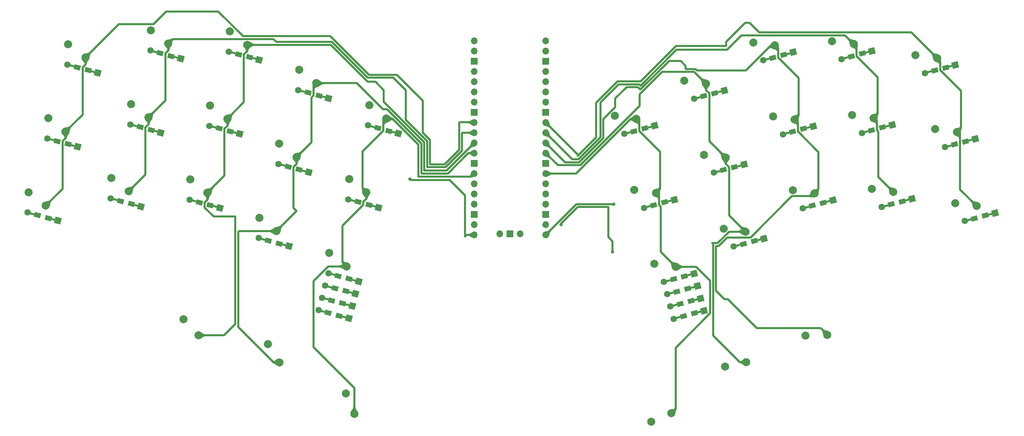
<source format=gbl>
G04 #@! TF.GenerationSoftware,KiCad,Pcbnew,(6.0.4)*
G04 #@! TF.CreationDate,2022-04-18T22:38:53-04:00*
G04 #@! TF.ProjectId,crowboard,63726f77-626f-4617-9264-2e6b69636164,rev?*
G04 #@! TF.SameCoordinates,Original*
G04 #@! TF.FileFunction,Copper,L2,Bot*
G04 #@! TF.FilePolarity,Positive*
%FSLAX46Y46*%
G04 Gerber Fmt 4.6, Leading zero omitted, Abs format (unit mm)*
G04 Created by KiCad (PCBNEW (6.0.4)) date 2022-04-18 22:38:53*
%MOMM*%
%LPD*%
G01*
G04 APERTURE LIST*
G04 Aperture macros list*
%AMRotRect*
0 Rectangle, with rotation*
0 The origin of the aperture is its center*
0 $1 length*
0 $2 width*
0 $3 Rotation angle, in degrees counterclockwise*
0 Add horizontal line*
21,1,$1,$2,0,0,$3*%
G04 Aperture macros list end*
G04 #@! TA.AperFunction,ComponentPad*
%ADD10C,2.000000*%
G04 #@! TD*
G04 #@! TA.AperFunction,SMDPad,CuDef*
%ADD11RotRect,1.600000X1.200000X345.000000*%
G04 #@! TD*
G04 #@! TA.AperFunction,SMDPad,CuDef*
%ADD12RotRect,2.900000X0.500000X345.000000*%
G04 #@! TD*
G04 #@! TA.AperFunction,ComponentPad*
%ADD13RotRect,1.600000X1.600000X345.000000*%
G04 #@! TD*
G04 #@! TA.AperFunction,ComponentPad*
%ADD14C,1.600000*%
G04 #@! TD*
G04 #@! TA.AperFunction,SMDPad,CuDef*
%ADD15RotRect,2.900000X0.500000X15.000000*%
G04 #@! TD*
G04 #@! TA.AperFunction,SMDPad,CuDef*
%ADD16RotRect,1.600000X1.200000X15.000000*%
G04 #@! TD*
G04 #@! TA.AperFunction,ComponentPad*
%ADD17RotRect,1.600000X1.600000X15.000000*%
G04 #@! TD*
G04 #@! TA.AperFunction,ComponentPad*
%ADD18O,1.700000X1.700000*%
G04 #@! TD*
G04 #@! TA.AperFunction,ComponentPad*
%ADD19R,1.700000X1.700000*%
G04 #@! TD*
G04 #@! TA.AperFunction,ViaPad*
%ADD20C,0.800000*%
G04 #@! TD*
G04 #@! TA.AperFunction,Conductor*
%ADD21C,0.500000*%
G04 #@! TD*
G04 APERTURE END LIST*
D10*
X91017597Y-94045101D03*
X86731487Y-90722562D03*
D11*
X39159473Y-72398128D03*
D12*
X40221992Y-72682829D03*
D13*
X41574288Y-73045175D03*
D12*
X35392362Y-71388733D03*
D14*
X34040066Y-71026387D03*
D11*
X36454881Y-71673434D03*
D15*
X196210381Y-60735151D03*
D14*
X194858085Y-61097497D03*
D16*
X197272900Y-60450450D03*
D15*
X201040011Y-59441055D03*
D17*
X202392307Y-59078709D03*
D16*
X199977492Y-59725756D03*
D10*
X64076829Y-47382321D03*
X59790719Y-44059782D03*
D15*
X258603358Y-72778269D03*
D14*
X257251062Y-73140615D03*
D16*
X259665877Y-72493568D03*
X262370469Y-71768874D03*
D15*
X263432988Y-71484173D03*
D17*
X264785284Y-71121827D03*
D10*
X219439865Y-83919142D03*
X224813014Y-84653491D03*
D13*
X103967265Y-61002057D03*
D12*
X102614969Y-60639711D03*
D11*
X101552450Y-60355010D03*
D12*
X97785339Y-59345615D03*
D14*
X96433043Y-58983269D03*
D11*
X98847858Y-59630316D03*
X113995646Y-87519918D03*
D12*
X115058165Y-87804619D03*
D13*
X116410461Y-88166965D03*
D14*
X108876239Y-86148177D03*
D11*
X111291054Y-86795224D03*
D12*
X110228535Y-86510523D03*
X110127663Y-106205506D03*
D13*
X111479959Y-106567852D03*
D11*
X109065144Y-105920805D03*
D12*
X105298033Y-104911410D03*
D11*
X106360552Y-105196111D03*
D14*
X103945737Y-104549064D03*
D10*
X38539958Y-69301004D03*
X34253848Y-65978465D03*
D15*
X201140883Y-79136038D03*
D14*
X199788587Y-79498384D03*
D16*
X202203402Y-78851337D03*
D17*
X207322809Y-77479596D03*
D15*
X205970513Y-77841942D03*
D16*
X204907994Y-78126643D03*
D15*
X237942657Y-69275032D03*
D14*
X236590361Y-69637378D03*
D16*
X239005176Y-68990331D03*
X241709768Y-68265637D03*
D17*
X244124583Y-67618590D03*
D15*
X242772287Y-67980936D03*
D10*
X83710341Y-47712602D03*
X79424231Y-44390063D03*
D12*
X97684466Y-79040598D03*
D11*
X96621947Y-78755897D03*
D13*
X99036762Y-79402944D03*
D12*
X92854836Y-77746502D03*
D11*
X93917355Y-78031203D03*
D14*
X91502540Y-77384156D03*
D11*
X74523183Y-87626059D03*
D12*
X75585702Y-87910760D03*
D13*
X76937998Y-88273106D03*
D12*
X70756072Y-86616664D03*
D11*
X71818591Y-86901365D03*
D14*
X69403776Y-86254318D03*
D10*
X197341101Y-75048980D03*
X202714250Y-75783329D03*
X202560575Y-127775631D03*
X207860846Y-126627968D03*
D16*
X219371664Y-69320612D03*
D15*
X218309145Y-69605313D03*
D14*
X216956849Y-69967659D03*
D17*
X224491071Y-67948871D03*
D16*
X222076256Y-68595918D03*
D15*
X223138775Y-68311217D03*
D13*
X62234988Y-69541938D03*
D12*
X60882692Y-69179592D03*
D11*
X59820173Y-68894891D03*
X57115581Y-68170197D03*
D14*
X54700766Y-67523150D03*
D12*
X56053062Y-67885496D03*
D10*
X29323346Y-84379352D03*
X33609456Y-87701891D03*
D12*
X55952190Y-87580479D03*
D13*
X57304486Y-87942825D03*
D11*
X54889671Y-87295778D03*
X52185079Y-86571084D03*
D12*
X51122560Y-86286383D03*
D14*
X49770264Y-85924037D03*
D11*
X91691445Y-97156784D03*
D13*
X94106260Y-97803831D03*
D12*
X92753964Y-97441485D03*
X87924334Y-96147389D03*
D14*
X86572038Y-95785043D03*
D11*
X88986853Y-96432090D03*
D13*
X86684300Y-51440598D03*
D11*
X84269485Y-50793551D03*
D12*
X85332004Y-51078252D03*
X80502374Y-49784156D03*
D11*
X81564893Y-50068857D03*
D14*
X79150078Y-49421810D03*
D12*
X35291489Y-91083716D03*
D13*
X36643785Y-91446062D03*
D11*
X34228970Y-90799015D03*
X31524378Y-90074321D03*
D14*
X29109563Y-89427274D03*
D12*
X30461859Y-89789620D03*
D10*
X229212372Y-46787087D03*
X234585521Y-47521436D03*
X54215823Y-84184095D03*
X49929713Y-80861556D03*
X43470461Y-50900117D03*
X39184351Y-47577578D03*
X184952238Y-102199329D03*
X190325387Y-102933678D03*
X110356704Y-139496188D03*
X108306094Y-134475730D03*
X118360968Y-66036465D03*
X114074858Y-62713926D03*
D15*
X178836682Y-69499171D03*
D16*
X179899201Y-69214470D03*
D14*
X177484386Y-69861517D03*
D17*
X185018608Y-67842729D03*
D15*
X183666312Y-68205075D03*
D16*
X182603793Y-68489776D03*
D13*
X46571198Y-54662082D03*
D12*
X45218902Y-54299736D03*
D11*
X44156383Y-54015035D03*
D14*
X39036976Y-52643294D03*
D12*
X40389272Y-53005640D03*
D11*
X41451791Y-53290341D03*
D10*
X259788412Y-87077540D03*
X265161561Y-87811889D03*
X249927406Y-50275766D03*
X255300555Y-51010115D03*
X175145566Y-65382997D03*
X180518715Y-66117346D03*
X95948100Y-75644214D03*
X91661990Y-72321675D03*
D16*
X190581957Y-109083059D03*
D15*
X189519438Y-109367760D03*
D14*
X188167142Y-109730106D03*
D15*
X194349068Y-108073664D03*
D16*
X193286549Y-108358365D03*
D17*
X195701364Y-107711318D03*
D10*
X180021735Y-83798442D03*
X185394884Y-84532791D03*
X73849336Y-84514376D03*
X69563226Y-81191837D03*
X78779839Y-66113489D03*
X74493729Y-62790950D03*
X234142875Y-65187974D03*
X239516024Y-65922323D03*
X91731207Y-126737966D03*
X88839957Y-122149865D03*
D18*
X140208000Y-46736000D03*
X140208000Y-49276000D03*
D19*
X140208000Y-51816000D03*
D18*
X140208000Y-54356000D03*
X140208000Y-56896000D03*
X140208000Y-59436000D03*
X140208000Y-61976000D03*
D19*
X140208000Y-64516000D03*
D18*
X140208000Y-67056000D03*
X140208000Y-69596000D03*
X140208000Y-72136000D03*
X140208000Y-74676000D03*
D19*
X140208000Y-77216000D03*
D18*
X140208000Y-79756000D03*
X140208000Y-82296000D03*
X140208000Y-84836000D03*
X140208000Y-87376000D03*
D19*
X140208000Y-89916000D03*
D18*
X140208000Y-92456000D03*
X140208000Y-94996000D03*
X157988000Y-94996000D03*
X157988000Y-92456000D03*
D19*
X157988000Y-89916000D03*
D18*
X157988000Y-87376000D03*
X157988000Y-84836000D03*
X157988000Y-82296000D03*
X157988000Y-79756000D03*
D19*
X157988000Y-77216000D03*
D18*
X157988000Y-74676000D03*
X157988000Y-72136000D03*
X157988000Y-69596000D03*
X157988000Y-67056000D03*
D19*
X157988000Y-64516000D03*
D18*
X157988000Y-61976000D03*
X157988000Y-59436000D03*
X157988000Y-56896000D03*
X157988000Y-54356000D03*
D19*
X157988000Y-51816000D03*
D18*
X157988000Y-49276000D03*
X157988000Y-46736000D03*
X146558000Y-94766000D03*
D19*
X149098000Y-94766000D03*
D18*
X151638000Y-94766000D03*
D15*
X191162939Y-115501389D03*
D14*
X189810643Y-115863735D03*
D16*
X192225458Y-115216688D03*
D17*
X197344865Y-113844947D03*
D15*
X195992569Y-114207293D03*
D16*
X194930050Y-114491994D03*
D15*
X188697687Y-106300945D03*
D16*
X189760206Y-106016244D03*
D14*
X187345391Y-106663291D03*
D15*
X193527317Y-105006849D03*
D16*
X192464798Y-105291550D03*
D17*
X194879613Y-104644503D03*
D10*
X184214892Y-141436800D03*
X189235350Y-139386190D03*
X113376132Y-84422793D03*
X109090022Y-81100254D03*
X192464931Y-56633534D03*
X197838080Y-57367883D03*
X108445629Y-102823680D03*
X104159519Y-99501141D03*
D16*
X207133905Y-97252224D03*
D15*
X206071386Y-97536925D03*
D14*
X204719090Y-97899271D03*
D16*
X209838497Y-96527530D03*
D17*
X212253312Y-95880483D03*
D15*
X210901016Y-96242829D03*
D14*
X241520864Y-88038265D03*
D16*
X243935679Y-87391218D03*
D15*
X242873160Y-87675919D03*
X247702790Y-86381823D03*
D17*
X249055086Y-86019477D03*
D16*
X246640271Y-86666524D03*
D11*
X64750676Y-50494004D03*
D13*
X67165491Y-51141051D03*
D12*
X65813195Y-50778705D03*
X60983565Y-49484609D03*
D14*
X59631269Y-49122263D03*
D11*
X62046084Y-49769310D03*
D13*
X109022925Y-115737627D03*
D11*
X106608110Y-115090580D03*
D12*
X107670629Y-115375281D03*
D11*
X103903518Y-114365886D03*
D12*
X102840999Y-114081185D03*
D14*
X101488703Y-113718839D03*
D10*
X254857909Y-68676653D03*
X260231058Y-69411002D03*
X100932936Y-57257885D03*
X96646826Y-53935346D03*
D16*
X233959970Y-50620179D03*
D15*
X232897451Y-50904880D03*
D14*
X231545155Y-51267226D03*
D15*
X237727081Y-49610784D03*
D17*
X239079377Y-49248438D03*
D16*
X236664562Y-49895485D03*
D10*
X202271604Y-93449867D03*
X207644753Y-94184216D03*
X222607981Y-120066371D03*
X228027019Y-119856526D03*
D15*
X183767185Y-87900058D03*
D14*
X182414889Y-88262404D03*
D16*
X184829704Y-87615357D03*
D17*
X189949111Y-86243616D03*
D15*
X188596815Y-86605962D03*
D16*
X187534296Y-86890663D03*
X224302167Y-87721499D03*
D15*
X223239648Y-88006200D03*
D14*
X221887352Y-88368546D03*
D16*
X227006759Y-86996805D03*
D15*
X228069278Y-86712104D03*
D17*
X229421574Y-86349758D03*
D16*
X264596380Y-90894455D03*
D15*
X263533861Y-91179156D03*
D14*
X262181565Y-91541502D03*
D15*
X268363491Y-89885060D03*
D17*
X269715787Y-89522714D03*
D16*
X267300972Y-90169761D03*
X254735374Y-54092681D03*
D14*
X252320559Y-54739728D03*
D15*
X253672855Y-54377382D03*
D17*
X259854781Y-52720940D03*
D16*
X257439966Y-53367987D03*
D15*
X258502485Y-53083286D03*
D10*
X209578859Y-47117368D03*
X214952008Y-47851717D03*
D16*
X214441161Y-50919725D03*
D15*
X213378642Y-51204426D03*
D14*
X212026346Y-51566772D03*
D15*
X218208272Y-49910330D03*
D17*
X219560568Y-49547984D03*
D16*
X217145753Y-50195031D03*
D10*
X239073378Y-83588861D03*
X244446527Y-84323210D03*
D12*
X108492379Y-112308467D03*
D11*
X107429860Y-112023766D03*
D13*
X109844675Y-112670813D03*
D14*
X102310453Y-110652025D03*
D12*
X103662749Y-111014371D03*
D11*
X104725268Y-111299072D03*
D13*
X81868501Y-69872219D03*
D12*
X80516205Y-69509873D03*
D11*
X79453686Y-69225172D03*
D12*
X75686575Y-68215777D03*
D11*
X76749094Y-68500478D03*
D14*
X74334279Y-67853431D03*
D16*
X191403707Y-112149873D03*
D14*
X188988892Y-112796920D03*
D15*
X190341188Y-112434574D03*
D16*
X194108299Y-111425179D03*
D15*
X195170818Y-111140478D03*
D17*
X196523114Y-110778132D03*
D13*
X110658208Y-109634666D03*
D11*
X108243393Y-108987619D03*
D12*
X109305912Y-109272320D03*
X104476282Y-107978224D03*
D11*
X105538801Y-108262925D03*
D14*
X103123986Y-107615878D03*
D12*
X119988668Y-69403732D03*
D13*
X121340964Y-69766078D03*
D11*
X118926149Y-69119031D03*
D12*
X115159038Y-68109636D03*
D14*
X113806742Y-67747290D03*
D11*
X116221557Y-68394337D03*
D10*
X59146326Y-65783208D03*
X54860216Y-62460669D03*
X214509362Y-65518255D03*
X219882511Y-66252604D03*
X71565034Y-119966524D03*
X67920994Y-115950186D03*
D20*
X161755188Y-92430188D03*
X174585500Y-99225000D03*
X174875000Y-87375000D03*
X124225000Y-81125000D03*
D21*
X161755188Y-92218082D02*
X161755188Y-92430188D01*
X165849135Y-88124135D02*
X161755188Y-92218082D01*
X174585500Y-96560500D02*
X173525000Y-95500000D01*
X173525000Y-95500000D02*
X173525000Y-88074520D01*
X174585500Y-99225000D02*
X174585500Y-96560500D01*
X165898750Y-88074520D02*
X165849135Y-88124135D01*
X173525000Y-88074520D02*
X165898750Y-88074520D01*
X165609000Y-87375000D02*
X157988000Y-94996000D01*
X174875000Y-87375000D02*
X165609000Y-87375000D01*
X138304000Y-94996000D02*
X140208000Y-94996000D01*
X137900000Y-95400000D02*
X138304000Y-94996000D01*
X137900000Y-85200000D02*
X137900000Y-95400000D01*
X134050000Y-81350000D02*
X137900000Y-85200000D01*
X124450000Y-81350000D02*
X134050000Y-81350000D01*
X124225000Y-81125000D02*
X124450000Y-81350000D01*
X140127000Y-66975000D02*
X140208000Y-67056000D01*
X136525000Y-66975000D02*
X140127000Y-66975000D01*
X136425000Y-67075000D02*
X136525000Y-66975000D01*
X136425000Y-73825000D02*
X136425000Y-67075000D01*
X132800000Y-77450000D02*
X136425000Y-73825000D01*
X129175000Y-77450000D02*
X132800000Y-77450000D01*
X129175000Y-71371460D02*
X129175000Y-77450000D01*
X127375000Y-69571460D02*
X129175000Y-71371460D01*
X127375000Y-61600000D02*
X127375000Y-69571460D01*
X120925000Y-55150000D02*
X127375000Y-61600000D01*
X114000000Y-55150000D02*
X120925000Y-55150000D01*
X82663571Y-45563571D02*
X104413571Y-45563571D01*
X104413571Y-45563571D02*
X114000000Y-55150000D01*
X76500000Y-39400000D02*
X82663571Y-45563571D01*
X63601398Y-39400000D02*
X76500000Y-39400000D01*
X60391127Y-42610271D02*
X63601398Y-39400000D01*
X51760307Y-42610271D02*
X60391127Y-42610271D01*
X43470461Y-50900117D02*
X51760307Y-42610271D01*
X137254000Y-69596000D02*
X140208000Y-69596000D01*
X137175000Y-69675000D02*
X137254000Y-69596000D01*
X137175000Y-74075000D02*
X137175000Y-69675000D01*
X133100000Y-78150000D02*
X137175000Y-74075000D01*
X128475000Y-78150000D02*
X133100000Y-78150000D01*
X128475000Y-71660730D02*
X128475000Y-78150000D01*
X123175000Y-66360730D02*
X128475000Y-71660730D01*
X123175000Y-58975000D02*
X123175000Y-66360730D01*
X120050000Y-55850000D02*
X123175000Y-58975000D01*
X113649793Y-55850000D02*
X120050000Y-55850000D01*
X104812876Y-47013083D02*
X113649793Y-55850000D01*
X90975000Y-47013082D02*
X104812876Y-47013083D01*
X90225009Y-46263091D02*
X90975000Y-47013082D01*
X65196059Y-46263091D02*
X90225009Y-46263091D01*
X64076829Y-47382321D02*
X65196059Y-46263091D01*
X140208000Y-72152730D02*
X140208000Y-72136000D01*
X133360250Y-79000480D02*
X140208000Y-72152730D01*
X127750000Y-79000480D02*
X133360250Y-79000480D01*
X117688479Y-61863479D02*
X127750000Y-71925000D01*
X117688479Y-58963479D02*
X117688479Y-61863479D01*
X115600000Y-56875000D02*
X117688479Y-58963479D01*
X113685523Y-56875000D02*
X115600000Y-56875000D01*
X127750000Y-71925000D02*
X127750000Y-79000480D01*
X104523125Y-47712602D02*
X113685523Y-56875000D01*
X83710341Y-47712602D02*
X104523125Y-47712602D01*
X138674000Y-74676000D02*
X140208000Y-74676000D01*
X133650000Y-79700000D02*
X138674000Y-74676000D01*
X127024520Y-79700000D02*
X133650000Y-79700000D01*
X127024519Y-72279165D02*
X127024520Y-79700000D01*
X118495354Y-63750000D02*
X127024519Y-72279165D01*
X117502898Y-63750000D02*
X118495354Y-63750000D01*
X111010783Y-57257885D02*
X117502898Y-63750000D01*
X100932936Y-57257885D02*
X111010783Y-57257885D01*
X139439000Y-80525000D02*
X140208000Y-79756000D01*
X126325000Y-72568916D02*
X126325000Y-80525000D01*
X119792549Y-66036465D02*
X126325000Y-72568916D01*
X118360968Y-66036465D02*
X119792549Y-66036465D01*
X126325000Y-80525000D02*
X139439000Y-80525000D01*
X165932384Y-75000384D02*
X157988000Y-67056000D01*
X165932384Y-75332384D02*
X165932384Y-75000384D01*
X170525000Y-70739768D02*
X165932384Y-75332384D01*
X170525000Y-62098198D02*
X170525000Y-70739768D01*
X175803373Y-56819825D02*
X170525000Y-62098198D01*
X190422832Y-48000000D02*
X181603008Y-56819824D01*
X202800000Y-48000000D02*
X190422832Y-48000000D01*
X202800000Y-46980132D02*
X202800000Y-48000000D01*
X207553393Y-42226739D02*
X202800000Y-46980132D01*
X208671375Y-42226739D02*
X207553393Y-42226739D01*
X211082692Y-44638056D02*
X208671375Y-42226739D01*
X248928496Y-44638056D02*
X211082692Y-44638056D01*
X255300555Y-51010115D02*
X248928496Y-44638056D01*
X181603008Y-56819824D02*
X175803373Y-56819825D01*
X164561019Y-76169019D02*
X157988000Y-69596000D01*
X166085019Y-76169019D02*
X164561019Y-76169019D01*
X171595134Y-70658904D02*
X166085019Y-76169019D01*
X171595134Y-62017334D02*
X171595134Y-70658904D01*
X176093124Y-57519344D02*
X171595134Y-62017334D01*
X181217344Y-57519344D02*
X176093124Y-57519344D01*
X181555051Y-57857051D02*
X181217344Y-57519344D01*
X190516207Y-48895895D02*
X181555051Y-57857051D01*
X203072105Y-48895895D02*
X190516207Y-48895895D01*
X206630424Y-45337576D02*
X203072105Y-48895895D01*
X232401661Y-45337576D02*
X206630424Y-45337576D01*
X234585521Y-47521436D02*
X232401661Y-45337576D01*
X162814000Y-76962000D02*
X157988000Y-72136000D01*
X166281308Y-76962000D02*
X162814000Y-76962000D01*
X172294654Y-70948654D02*
X166281308Y-76962000D01*
X175260000Y-61039473D02*
X175260000Y-63218644D01*
X178080610Y-58218863D02*
X175260000Y-61039473D01*
X180900863Y-58218863D02*
X178080610Y-58218863D01*
X181541686Y-58859686D02*
X180900863Y-58218863D01*
X188658467Y-51742905D02*
X181541686Y-58859686D01*
X191557447Y-51742905D02*
X188658467Y-51742905D01*
X192786000Y-52971458D02*
X191557447Y-51742905D01*
X192786000Y-53742427D02*
X192786000Y-52971458D01*
X195201894Y-53742427D02*
X192786000Y-53742427D01*
X172294654Y-66183990D02*
X172294654Y-70948654D01*
X195561467Y-54102000D02*
X195201894Y-53742427D01*
X207724042Y-54102000D02*
X195561467Y-54102000D01*
X213974325Y-47851717D02*
X207724042Y-54102000D01*
X214952008Y-47851717D02*
X213974325Y-47851717D01*
X175260000Y-63218644D02*
X172294654Y-66183990D01*
X181356000Y-62876578D02*
X166566289Y-77666289D01*
X181356000Y-60034642D02*
X181356000Y-62876578D01*
X186948695Y-54441947D02*
X181356000Y-60034642D01*
X166566289Y-77666289D02*
X160978289Y-77666289D01*
X160978289Y-77666289D02*
X157988000Y-74676000D01*
X194912144Y-54441947D02*
X186948695Y-54441947D01*
X197838080Y-57367883D02*
X194912144Y-54441947D01*
X165465848Y-79756000D02*
X157988000Y-79756000D01*
X180518715Y-66117346D02*
X179104502Y-66117346D01*
X179104502Y-66117346D02*
X165465848Y-79756000D01*
X203580954Y-90120417D02*
X207644753Y-94184216D01*
X203580954Y-78189112D02*
X203580954Y-90120417D01*
X202714250Y-77322408D02*
X203580954Y-78189112D01*
X202714250Y-75783329D02*
X202714250Y-77322408D01*
X198650452Y-59788225D02*
X198650452Y-71719531D01*
X198650452Y-71719531D02*
X202714250Y-75783329D01*
X197838080Y-58975853D02*
X198650452Y-59788225D01*
X197838080Y-57367883D02*
X197838080Y-58975853D01*
X186394884Y-74320644D02*
X181226241Y-69152001D01*
X186394884Y-83532791D02*
X186394884Y-74320644D01*
X185394884Y-84532791D02*
X186394884Y-83532791D01*
X181226241Y-69152001D02*
X181226241Y-66824872D01*
X181226241Y-66824872D02*
X180518715Y-66117346D01*
X186156744Y-87552888D02*
X186156744Y-85294651D01*
X186156744Y-85294651D02*
X185394884Y-84532791D01*
X186588928Y-87985072D02*
X186156744Y-87552888D01*
X186588928Y-99197219D02*
X186588928Y-87985072D01*
X190325387Y-102933678D02*
X186588928Y-99197219D01*
X256062414Y-51771974D02*
X255300555Y-51010115D01*
X256062414Y-54030212D02*
X256062414Y-51771974D01*
X261231058Y-68411002D02*
X261231058Y-59198856D01*
X260231058Y-69411002D02*
X261231058Y-68411002D01*
X261231058Y-59198856D02*
X256062414Y-54030212D01*
X260992917Y-70172861D02*
X260231058Y-69411002D01*
X260992917Y-72431099D02*
X260992917Y-70172861D01*
X261043429Y-83693757D02*
X261043429Y-72481611D01*
X261043429Y-72481611D02*
X260992917Y-72431099D01*
X265161561Y-87811889D02*
X261043429Y-83693757D01*
X235287010Y-48222925D02*
X234585521Y-47521436D01*
X235287010Y-50557710D02*
X235287010Y-48222925D01*
X240516024Y-64922323D02*
X240516024Y-55786724D01*
X239516024Y-65922323D02*
X240516024Y-64922323D01*
X240516024Y-55786724D02*
X235287010Y-50557710D01*
X240719974Y-69315620D02*
X240332216Y-68927862D01*
X240719974Y-80596657D02*
X240719974Y-69315620D01*
X244446527Y-84323210D02*
X240719974Y-80596657D01*
X240332216Y-68927862D02*
X240332216Y-66738515D01*
X240332216Y-66738515D02*
X239516024Y-65922323D01*
X215768201Y-48667910D02*
X214952008Y-47851717D01*
X215768201Y-50857256D02*
X215768201Y-48667910D01*
X220882511Y-65252604D02*
X220882511Y-55971566D01*
X220882511Y-55971566D02*
X215768201Y-50857256D01*
X219882511Y-66252604D02*
X220882511Y-65252604D01*
X220698704Y-69258143D02*
X220698704Y-67068797D01*
X225813014Y-83653491D02*
X225813014Y-74372453D01*
X225813014Y-74372453D02*
X220698704Y-69258143D01*
X220698704Y-67068797D02*
X219882511Y-66252604D01*
X224813014Y-84653491D02*
X225813014Y-83653491D01*
X224097852Y-85368653D02*
X224813014Y-84653491D01*
X219177347Y-85368653D02*
X224097852Y-85368653D01*
X208912273Y-95633727D02*
X219177347Y-85368653D01*
X203126933Y-95633727D02*
X208912273Y-95633727D01*
X200281040Y-108841040D02*
X200281040Y-97790000D01*
X202438000Y-110998000D02*
X200281040Y-108841040D01*
X203248292Y-110998000D02*
X202438000Y-110998000D01*
X210433523Y-118183231D02*
X203248292Y-110998000D01*
X200970660Y-97790000D02*
X203126933Y-95633727D01*
X226353724Y-118183231D02*
X210433523Y-118183231D01*
X200281040Y-97790000D02*
X200970660Y-97790000D01*
X228027019Y-119856526D02*
X226353724Y-118183231D01*
X203587174Y-94184216D02*
X207644753Y-94184216D01*
X199390000Y-97028000D02*
X200743390Y-97028000D01*
X199581520Y-97219520D02*
X199390000Y-97028000D01*
X200743390Y-97028000D02*
X203587174Y-94184216D01*
X199581520Y-120010340D02*
X199581520Y-97219520D01*
X206199148Y-126627968D02*
X199581520Y-120010340D01*
X207860846Y-126627968D02*
X206199148Y-126627968D01*
X198882000Y-106426000D02*
X195389678Y-102933678D01*
X195389678Y-102933678D02*
X190325387Y-102933678D01*
X198882000Y-114489010D02*
X198882000Y-106426000D01*
X190302028Y-123068982D02*
X198882000Y-114489010D01*
X190302028Y-138319512D02*
X190302028Y-123068982D01*
X189235350Y-139386190D02*
X190302028Y-138319512D01*
X117599109Y-66798324D02*
X118360968Y-66036465D01*
X117599109Y-69056562D02*
X117599109Y-66798324D01*
X112376132Y-83422793D02*
X112376132Y-74279539D01*
X113376132Y-84422793D02*
X112376132Y-83422793D01*
X112376132Y-74279539D02*
X117599109Y-69056562D01*
X112618094Y-86771906D02*
X113376132Y-86013868D01*
X112618094Y-87533906D02*
X112618094Y-86771906D01*
X113376132Y-86013868D02*
X113376132Y-84422793D01*
X107445629Y-92706371D02*
X112618094Y-87533906D01*
X107445629Y-101823680D02*
X107445629Y-92706371D01*
X108445629Y-102823680D02*
X107445629Y-101823680D01*
X103904045Y-102823680D02*
X108445629Y-102823680D01*
X100239192Y-106488533D02*
X103904045Y-102823680D01*
X100239192Y-122943328D02*
X100239192Y-106488533D01*
X110356704Y-133060840D02*
X100239192Y-122943328D01*
X110356704Y-139496188D02*
X110356704Y-133060840D01*
X100225410Y-57965411D02*
X100932936Y-57257885D01*
X99674653Y-60843298D02*
X100225410Y-60292541D01*
X99674653Y-71917661D02*
X99674653Y-60843298D01*
X95948100Y-75644214D02*
X99674653Y-71917661D01*
X100225410Y-60292541D02*
X100225410Y-57965411D01*
X95244395Y-88283093D02*
X95244395Y-78093672D01*
X96012000Y-89050698D02*
X95244395Y-88283093D01*
X95244395Y-78093672D02*
X95948100Y-77389967D01*
X91017597Y-94045101D02*
X96012000Y-89050698D01*
X95948100Y-77389967D02*
X95948100Y-75644214D01*
X81471520Y-94234000D02*
X81660419Y-94045101D01*
X81660419Y-94045101D02*
X91017597Y-94045101D01*
X81471520Y-117892492D02*
X81471520Y-94234000D01*
X90316994Y-126737966D02*
X81471520Y-117892492D01*
X91731207Y-126737966D02*
X90316994Y-126737966D01*
X77928871Y-119966524D02*
X71565034Y-119966524D01*
X75384875Y-90424000D02*
X80772000Y-90424000D01*
X80772000Y-90424000D02*
X80772000Y-117123395D01*
X73145631Y-88184756D02*
X75384875Y-90424000D01*
X80772000Y-117123395D02*
X77928871Y-119966524D01*
X73145631Y-86963834D02*
X73145631Y-88184756D01*
X73849336Y-86260129D02*
X73145631Y-86963834D01*
X73849336Y-84514376D02*
X73849336Y-86260129D01*
X78076134Y-80287578D02*
X73849336Y-84514376D01*
X78779839Y-67859242D02*
X78076134Y-68562947D01*
X78779839Y-66113489D02*
X78779839Y-67859242D01*
X78076134Y-68562947D02*
X78076134Y-80287578D01*
X82891933Y-62001395D02*
X78779839Y-66113489D01*
X82891933Y-50131326D02*
X82891933Y-62001395D01*
X83710341Y-49312918D02*
X82891933Y-50131326D01*
X83710341Y-47712602D02*
X83710341Y-49312918D01*
X58420000Y-68255287D02*
X58420000Y-79979918D01*
X59146326Y-67528961D02*
X58420000Y-68255287D01*
X58420000Y-79979918D02*
X54215823Y-84184095D01*
X59146326Y-65783208D02*
X59146326Y-67528961D01*
X63373124Y-61556410D02*
X59146326Y-65783208D01*
X64076829Y-49128074D02*
X63373124Y-49831779D01*
X64076829Y-47382321D02*
X64076829Y-49128074D01*
X63373124Y-49831779D02*
X63373124Y-61556410D01*
X37781921Y-71735903D02*
X37781921Y-83529426D01*
X37781921Y-83529426D02*
X33609456Y-87701891D01*
X38539958Y-70977866D02*
X37781921Y-71735903D01*
X38539958Y-69301004D02*
X38539958Y-70977866D01*
X42778831Y-65062131D02*
X38539958Y-69301004D01*
X42778831Y-53352810D02*
X42778831Y-65062131D01*
X43470461Y-52661180D02*
X42778831Y-53352810D01*
X43470461Y-50900117D02*
X43470461Y-52661180D01*
G04 #@! TA.AperFunction,Conductor*
G36*
X162032854Y-91604795D02*
G01*
X162369284Y-91941225D01*
X162372711Y-91949498D01*
X162369401Y-91957653D01*
X162326826Y-92001455D01*
X162326768Y-92001515D01*
X162283646Y-92049443D01*
X162247611Y-92094267D01*
X162247494Y-92094437D01*
X162247492Y-92094440D01*
X162226141Y-92125525D01*
X162218199Y-92137087D01*
X162194946Y-92179004D01*
X162177389Y-92221118D01*
X162165064Y-92264531D01*
X162157507Y-92310343D01*
X162154254Y-92359655D01*
X162154257Y-92359888D01*
X162154756Y-92405680D01*
X162151420Y-92413990D01*
X162147564Y-92416605D01*
X161686792Y-92608968D01*
X161677838Y-92608993D01*
X161671320Y-92602253D01*
X161497173Y-92134474D01*
X161497498Y-92125525D01*
X161500412Y-92121605D01*
X161552656Y-92075670D01*
X161552663Y-92075663D01*
X161552691Y-92075639D01*
X161604036Y-92028289D01*
X161650567Y-91983245D01*
X161694456Y-91938880D01*
X161737874Y-91893568D01*
X161782991Y-91845679D01*
X161831980Y-91793589D01*
X161887012Y-91735668D01*
X161933734Y-91687371D01*
X161933870Y-91687233D01*
X162016308Y-91604795D01*
X162024581Y-91601368D01*
X162032854Y-91604795D01*
G37*
G04 #@! TD.AperFunction*
G04 #@! TA.AperFunction,Conductor*
G36*
X174832124Y-98438427D02*
G01*
X174835551Y-98446648D01*
X174835881Y-98522651D01*
X174837344Y-98599290D01*
X174840368Y-98666873D01*
X174845433Y-98727354D01*
X174853017Y-98782691D01*
X174863599Y-98834838D01*
X174877660Y-98885751D01*
X174895677Y-98937386D01*
X174918131Y-98991699D01*
X174918196Y-98991838D01*
X174942127Y-99043381D01*
X174942503Y-99052328D01*
X174939948Y-99056418D01*
X174593933Y-99416231D01*
X174585729Y-99419819D01*
X174577067Y-99416231D01*
X174231052Y-99056418D01*
X174227787Y-99048079D01*
X174228873Y-99043381D01*
X174252803Y-98991839D01*
X174252803Y-98991838D01*
X174252868Y-98991699D01*
X174275322Y-98937386D01*
X174293339Y-98885751D01*
X174307400Y-98834838D01*
X174317982Y-98782691D01*
X174325566Y-98727354D01*
X174330631Y-98666873D01*
X174333655Y-98599290D01*
X174335118Y-98522651D01*
X174335449Y-98446648D01*
X174338912Y-98438391D01*
X174347149Y-98435000D01*
X174823851Y-98435000D01*
X174832124Y-98438427D01*
G37*
G04 #@! TD.AperFunction*
G04 #@! TA.AperFunction,Conductor*
G36*
X159014203Y-93632184D02*
G01*
X159351816Y-93969797D01*
X159355243Y-93978070D01*
X159352120Y-93986028D01*
X159241322Y-94105435D01*
X159227553Y-94120274D01*
X159227397Y-94120476D01*
X159127664Y-94249603D01*
X159127658Y-94249612D01*
X159127474Y-94249850D01*
X159053769Y-94370277D01*
X159000661Y-94485339D01*
X158962370Y-94598820D01*
X158933118Y-94714504D01*
X158933092Y-94714627D01*
X158907134Y-94836139D01*
X158907126Y-94836175D01*
X158878658Y-94967420D01*
X158878564Y-94967819D01*
X158841885Y-95112305D01*
X158841709Y-95112925D01*
X158793442Y-95266915D01*
X158787698Y-95273785D01*
X158782509Y-95275114D01*
X158015966Y-95290098D01*
X157699645Y-95296282D01*
X157691306Y-95293017D01*
X157687718Y-95284355D01*
X157703332Y-94485635D01*
X157708886Y-94201492D01*
X157712474Y-94193289D01*
X157717085Y-94190558D01*
X157871074Y-94142290D01*
X157871694Y-94142114D01*
X157929783Y-94127368D01*
X158016195Y-94105431D01*
X158016565Y-94105344D01*
X158093247Y-94088711D01*
X158147788Y-94076881D01*
X158147824Y-94076873D01*
X158269495Y-94050881D01*
X158385179Y-94021629D01*
X158385391Y-94021557D01*
X158385396Y-94021556D01*
X158498364Y-93983438D01*
X158498366Y-93983437D01*
X158498660Y-93983338D01*
X158498940Y-93983209D01*
X158498947Y-93983206D01*
X158567386Y-93951617D01*
X158613722Y-93930230D01*
X158660065Y-93901867D01*
X158733880Y-93856690D01*
X158733885Y-93856687D01*
X158734149Y-93856525D01*
X158734387Y-93856341D01*
X158734396Y-93856335D01*
X158863523Y-93756602D01*
X158863725Y-93756446D01*
X158997644Y-93632184D01*
X158997972Y-93631880D01*
X159006367Y-93628765D01*
X159014203Y-93632184D01*
G37*
G04 #@! TD.AperFunction*
G04 #@! TA.AperFunction,Conductor*
G36*
X174706418Y-87020552D02*
G01*
X175066231Y-87366567D01*
X175069819Y-87374771D01*
X175066231Y-87383433D01*
X174706418Y-87729448D01*
X174698079Y-87732713D01*
X174693381Y-87731627D01*
X174673962Y-87722611D01*
X174641699Y-87707631D01*
X174587386Y-87685177D01*
X174535751Y-87667160D01*
X174535596Y-87667117D01*
X174535589Y-87667115D01*
X174518058Y-87662274D01*
X174484838Y-87653099D01*
X174477859Y-87651683D01*
X174432874Y-87642554D01*
X174432870Y-87642553D01*
X174432691Y-87642517D01*
X174377354Y-87634933D01*
X174377192Y-87634919D01*
X174377188Y-87634919D01*
X174316992Y-87629878D01*
X174316994Y-87629878D01*
X174316873Y-87629868D01*
X174249290Y-87626844D01*
X174172651Y-87625381D01*
X174096648Y-87625051D01*
X174088391Y-87621588D01*
X174085000Y-87613351D01*
X174085000Y-87136649D01*
X174088427Y-87128376D01*
X174096648Y-87124949D01*
X174172651Y-87124618D01*
X174249290Y-87123155D01*
X174316873Y-87120131D01*
X174332568Y-87118817D01*
X174377188Y-87115080D01*
X174377192Y-87115080D01*
X174377354Y-87115066D01*
X174432691Y-87107482D01*
X174432870Y-87107446D01*
X174432874Y-87107445D01*
X174484626Y-87096943D01*
X174484625Y-87096943D01*
X174484838Y-87096900D01*
X174518058Y-87087725D01*
X174535589Y-87082884D01*
X174535596Y-87082882D01*
X174535751Y-87082839D01*
X174587386Y-87064822D01*
X174641699Y-87042368D01*
X174641839Y-87042303D01*
X174693381Y-87018373D01*
X174702328Y-87017997D01*
X174706418Y-87020552D01*
G37*
G04 #@! TD.AperFunction*
G04 #@! TA.AperFunction,Conductor*
G36*
X139843562Y-94236836D02*
G01*
X140376149Y-94748998D01*
X140624231Y-94987567D01*
X140627819Y-94995771D01*
X140624231Y-95004433D01*
X139919446Y-95682191D01*
X139843563Y-95755164D01*
X139835224Y-95758429D01*
X139830033Y-95757100D01*
X139687002Y-95682336D01*
X139686439Y-95682021D01*
X139558354Y-95605800D01*
X139558006Y-95605585D01*
X139445066Y-95532907D01*
X139445035Y-95532887D01*
X139340740Y-95465309D01*
X139340739Y-95465308D01*
X139340652Y-95465252D01*
X139238166Y-95404135D01*
X139237975Y-95404041D01*
X139237967Y-95404036D01*
X139171217Y-95370968D01*
X139130847Y-95350968D01*
X139130565Y-95350864D01*
X139012246Y-95307275D01*
X139012241Y-95307274D01*
X139011933Y-95307160D01*
X138874661Y-95274122D01*
X138874354Y-95274083D01*
X138874351Y-95274082D01*
X138712521Y-95253297D01*
X138712519Y-95253297D01*
X138712271Y-95253265D01*
X138583286Y-95248441D01*
X138529263Y-95246421D01*
X138521123Y-95242687D01*
X138518000Y-95234729D01*
X138518000Y-94757271D01*
X138521427Y-94748998D01*
X138529263Y-94745579D01*
X138593639Y-94743171D01*
X138712271Y-94738734D01*
X138712519Y-94738702D01*
X138712521Y-94738702D01*
X138874351Y-94717917D01*
X138874354Y-94717916D01*
X138874661Y-94717877D01*
X139011933Y-94684839D01*
X139012241Y-94684725D01*
X139012246Y-94684724D01*
X139130565Y-94641135D01*
X139130567Y-94641134D01*
X139130847Y-94641031D01*
X139171217Y-94621031D01*
X139237967Y-94587963D01*
X139237975Y-94587958D01*
X139238166Y-94587864D01*
X139340652Y-94526747D01*
X139445066Y-94459092D01*
X139558006Y-94386414D01*
X139558354Y-94386199D01*
X139686439Y-94309978D01*
X139687002Y-94309663D01*
X139830033Y-94234900D01*
X139838953Y-94234105D01*
X139843562Y-94236836D01*
G37*
G04 #@! TD.AperFunction*
G04 #@! TA.AperFunction,Conductor*
G36*
X124571538Y-80926653D02*
G01*
X124574666Y-80929907D01*
X124594802Y-80961223D01*
X124620798Y-80993745D01*
X124649044Y-81021248D01*
X124680138Y-81044052D01*
X124680510Y-81044251D01*
X124680511Y-81044251D01*
X124714323Y-81062285D01*
X124714327Y-81062287D01*
X124714678Y-81062474D01*
X124715052Y-81062613D01*
X124715056Y-81062615D01*
X124752942Y-81076713D01*
X124753262Y-81076832D01*
X124796489Y-81087445D01*
X124844955Y-81094632D01*
X124879894Y-81097256D01*
X124899083Y-81098698D01*
X124899091Y-81098698D01*
X124899259Y-81098711D01*
X124899434Y-81098715D01*
X124899440Y-81098715D01*
X124948548Y-81099757D01*
X124956747Y-81103358D01*
X124960000Y-81111454D01*
X124960000Y-81588059D01*
X124956573Y-81596332D01*
X124948063Y-81599757D01*
X124857203Y-81597905D01*
X124856706Y-81597883D01*
X124832415Y-81596332D01*
X124767969Y-81592216D01*
X124767465Y-81592173D01*
X124689748Y-81583823D01*
X124689307Y-81583767D01*
X124619885Y-81573625D01*
X124619581Y-81573577D01*
X124555559Y-81562500D01*
X124555466Y-81562483D01*
X124494463Y-81551419D01*
X124494458Y-81551418D01*
X124494358Y-81551400D01*
X124494306Y-81551391D01*
X124448359Y-81543701D01*
X124433408Y-81541199D01*
X124433340Y-81541190D01*
X124433327Y-81541188D01*
X124370141Y-81532818D01*
X124370125Y-81532816D01*
X124370002Y-81532800D01*
X124369873Y-81532789D01*
X124369861Y-81532788D01*
X124335873Y-81529963D01*
X124301434Y-81527100D01*
X124233257Y-81525227D01*
X124225081Y-81521574D01*
X124222450Y-81517143D01*
X124154512Y-81307834D01*
X124063127Y-81026287D01*
X124063832Y-81017361D01*
X124070643Y-81011548D01*
X124072225Y-81011154D01*
X124131356Y-81000735D01*
X124562797Y-80924714D01*
X124571538Y-80926653D01*
G37*
G04 #@! TD.AperFunction*
G04 #@! TA.AperFunction,Conductor*
G36*
X139912805Y-66262565D02*
G01*
X139917137Y-66265721D01*
X140623156Y-67087044D01*
X140625951Y-67095551D01*
X140621558Y-67103834D01*
X139773251Y-67777230D01*
X139764641Y-67779689D01*
X139759623Y-67777890D01*
X139627465Y-67692410D01*
X139627002Y-67692095D01*
X139507888Y-67606693D01*
X139507653Y-67606520D01*
X139401943Y-67526678D01*
X139303476Y-67453712D01*
X139303471Y-67453708D01*
X139303361Y-67453627D01*
X139205650Y-67388621D01*
X139102434Y-67332822D01*
X138987337Y-67287396D01*
X138986992Y-67287308D01*
X138986988Y-67287307D01*
X138854302Y-67253589D01*
X138854301Y-67253589D01*
X138853983Y-67253508D01*
X138853659Y-67253465D01*
X138853651Y-67253463D01*
X138696280Y-67232359D01*
X138696278Y-67232359D01*
X138695996Y-67232321D01*
X138518246Y-67225436D01*
X138510113Y-67221692D01*
X138507000Y-67213745D01*
X138507000Y-66736300D01*
X138510427Y-66728027D01*
X138518292Y-66724607D01*
X138710057Y-66717939D01*
X138710286Y-66717912D01*
X138710298Y-66717911D01*
X138817590Y-66705218D01*
X138880066Y-66697827D01*
X138880330Y-66697769D01*
X138880337Y-66697768D01*
X139023899Y-66666332D01*
X139023903Y-66666331D01*
X139024204Y-66666265D01*
X139149648Y-66624856D01*
X139263575Y-66575202D01*
X139263735Y-66575120D01*
X139263743Y-66575116D01*
X139373089Y-66518942D01*
X139373117Y-66518927D01*
X139373162Y-66518904D01*
X139485548Y-66457588D01*
X139485681Y-66457517D01*
X139534393Y-66431745D01*
X139607818Y-66392899D01*
X139608221Y-66392696D01*
X139747355Y-66326322D01*
X139747953Y-66326057D01*
X139903851Y-66262514D01*
X139912805Y-66262565D01*
G37*
G04 #@! TD.AperFunction*
G04 #@! TA.AperFunction,Conductor*
G36*
X44708761Y-49324134D02*
G01*
X45046444Y-49661817D01*
X45049871Y-49670090D01*
X45046783Y-49678009D01*
X44898219Y-49839500D01*
X44898044Y-49839734D01*
X44804952Y-49963965D01*
X44782185Y-49994347D01*
X44698914Y-50138724D01*
X44698774Y-50139059D01*
X44641170Y-50276762D01*
X44641167Y-50276772D01*
X44641046Y-50277060D01*
X44601219Y-50413785D01*
X44572073Y-50553328D01*
X44546247Y-50700121D01*
X44530938Y-50781350D01*
X44516427Y-50858340D01*
X44516315Y-50858865D01*
X44475200Y-51032788D01*
X44474997Y-51033537D01*
X44417567Y-51220200D01*
X44411859Y-51227099D01*
X44406613Y-51228457D01*
X44235563Y-51231801D01*
X43116908Y-51253670D01*
X43130836Y-50541188D01*
X43142121Y-49963965D01*
X43145709Y-49955761D01*
X43150377Y-49953012D01*
X43337040Y-49895580D01*
X43337789Y-49895377D01*
X43344715Y-49893740D01*
X43511725Y-49854259D01*
X43512224Y-49854153D01*
X43571012Y-49843073D01*
X43670427Y-49824336D01*
X43670567Y-49824311D01*
X43817126Y-49798526D01*
X43817146Y-49798522D01*
X43817249Y-49798504D01*
X43956792Y-49769358D01*
X44093517Y-49729531D01*
X44093805Y-49729410D01*
X44093815Y-49729407D01*
X44231518Y-49671803D01*
X44231853Y-49671663D01*
X44300088Y-49632308D01*
X44375922Y-49588570D01*
X44375926Y-49588567D01*
X44376230Y-49588392D01*
X44531077Y-49472358D01*
X44692568Y-49323795D01*
X44700975Y-49320717D01*
X44708761Y-49324134D01*
G37*
G04 #@! TD.AperFunction*
G04 #@! TA.AperFunction,Conductor*
G36*
X139843562Y-68836836D02*
G01*
X140376149Y-69348998D01*
X140624231Y-69587567D01*
X140627819Y-69595771D01*
X140624231Y-69604433D01*
X139919446Y-70282191D01*
X139843563Y-70355164D01*
X139835224Y-70358429D01*
X139830033Y-70357100D01*
X139687002Y-70282336D01*
X139686439Y-70282021D01*
X139558354Y-70205800D01*
X139558006Y-70205585D01*
X139445066Y-70132907D01*
X139445035Y-70132887D01*
X139340740Y-70065309D01*
X139340739Y-70065308D01*
X139340652Y-70065252D01*
X139238166Y-70004135D01*
X139237975Y-70004041D01*
X139237967Y-70004036D01*
X139171217Y-69970968D01*
X139130847Y-69950968D01*
X139130565Y-69950864D01*
X139012246Y-69907275D01*
X139012241Y-69907274D01*
X139011933Y-69907160D01*
X138874661Y-69874122D01*
X138874354Y-69874083D01*
X138874351Y-69874082D01*
X138712521Y-69853297D01*
X138712519Y-69853297D01*
X138712271Y-69853265D01*
X138583286Y-69848441D01*
X138529263Y-69846421D01*
X138521123Y-69842687D01*
X138518000Y-69834729D01*
X138518000Y-69357271D01*
X138521427Y-69348998D01*
X138529263Y-69345579D01*
X138593639Y-69343171D01*
X138712271Y-69338734D01*
X138712519Y-69338702D01*
X138712521Y-69338702D01*
X138874351Y-69317917D01*
X138874354Y-69317916D01*
X138874661Y-69317877D01*
X139011933Y-69284839D01*
X139012241Y-69284725D01*
X139012246Y-69284724D01*
X139130565Y-69241135D01*
X139130567Y-69241134D01*
X139130847Y-69241031D01*
X139171217Y-69221031D01*
X139237967Y-69187963D01*
X139237975Y-69187958D01*
X139238166Y-69187864D01*
X139340652Y-69126747D01*
X139445066Y-69059092D01*
X139558006Y-68986414D01*
X139558354Y-68986199D01*
X139686439Y-68909978D01*
X139687002Y-68909663D01*
X139830033Y-68834900D01*
X139838953Y-68834105D01*
X139843562Y-68836836D01*
G37*
G04 #@! TD.AperFunction*
G04 #@! TA.AperFunction,Conductor*
G36*
X65609397Y-46016705D02*
G01*
X65613228Y-46025363D01*
X65613228Y-46502587D01*
X65609801Y-46510860D01*
X65602784Y-46514219D01*
X65473440Y-46528190D01*
X65439503Y-46531856D01*
X65388407Y-46553456D01*
X65314453Y-46584719D01*
X65314451Y-46584720D01*
X65313470Y-46585135D01*
X65312701Y-46585874D01*
X65312699Y-46585875D01*
X65227492Y-46667722D01*
X65227490Y-46667725D01*
X65226789Y-46668398D01*
X65171121Y-46777119D01*
X65138129Y-46906769D01*
X65119473Y-47052821D01*
X65119464Y-47052938D01*
X65119463Y-47052944D01*
X65106816Y-47210741D01*
X65106805Y-47210863D01*
X65091849Y-47375659D01*
X65091763Y-47376369D01*
X65066236Y-47543478D01*
X65065969Y-47544746D01*
X65023726Y-47702005D01*
X65018271Y-47709106D01*
X65012657Y-47710668D01*
X63723276Y-47735874D01*
X64074672Y-46390578D01*
X64080078Y-46383440D01*
X64085350Y-46381853D01*
X64264544Y-46372002D01*
X64264547Y-46372002D01*
X64264905Y-46371982D01*
X64423703Y-46343921D01*
X64561333Y-46302567D01*
X64651643Y-46266162D01*
X64685792Y-46252397D01*
X64685801Y-46252393D01*
X64685903Y-46252352D01*
X64805524Y-46197706D01*
X64888989Y-46160558D01*
X64927974Y-46143207D01*
X64928627Y-46142939D01*
X65061838Y-46093039D01*
X65062897Y-46092699D01*
X65215169Y-46051657D01*
X65216421Y-46051392D01*
X65273206Y-46042584D01*
X65396101Y-46023523D01*
X65397322Y-46023400D01*
X65600971Y-46013676D01*
X65609397Y-46016705D01*
G37*
G04 #@! TD.AperFunction*
G04 #@! TA.AperFunction,Conductor*
G36*
X140500541Y-71834891D02*
G01*
X140504249Y-71843502D01*
X140503186Y-72031397D01*
X140498963Y-72777484D01*
X140498119Y-72926558D01*
X140494645Y-72934812D01*
X140490079Y-72937605D01*
X140334777Y-72988750D01*
X140334167Y-72988933D01*
X140238237Y-73014833D01*
X140188596Y-73028236D01*
X140188216Y-73028331D01*
X140133104Y-73041167D01*
X140056120Y-73059098D01*
X140056078Y-73059108D01*
X139933587Y-73087167D01*
X139933500Y-73087190D01*
X139933497Y-73087191D01*
X139817312Y-73118242D01*
X139817301Y-73118245D01*
X139817093Y-73118301D01*
X139816876Y-73118377D01*
X139703031Y-73158250D01*
X139703028Y-73158251D01*
X139702746Y-73158350D01*
X139586692Y-73213155D01*
X139465079Y-73288557D01*
X139464843Y-73288741D01*
X139464835Y-73288746D01*
X139334253Y-73390243D01*
X139334055Y-73390397D01*
X139333877Y-73390562D01*
X139333874Y-73390565D01*
X139198029Y-73516836D01*
X139189636Y-73519958D01*
X139181790Y-73516539D01*
X138844186Y-73178935D01*
X138840759Y-73170662D01*
X138843885Y-73162701D01*
X138913991Y-73087191D01*
X138968849Y-73028105D01*
X139041025Y-72934812D01*
X139069140Y-72898471D01*
X139069144Y-72898465D01*
X139069336Y-72898217D01*
X139143386Y-72777484D01*
X139196710Y-72662091D01*
X139235021Y-72548223D01*
X139264030Y-72432065D01*
X139289448Y-72309801D01*
X139316949Y-72177803D01*
X139317030Y-72177443D01*
X139352289Y-72031995D01*
X139352451Y-72031397D01*
X139398869Y-71876286D01*
X139404524Y-71869342D01*
X139409687Y-71867947D01*
X140492158Y-71831743D01*
X140500541Y-71834891D01*
G37*
G04 #@! TD.AperFunction*
G04 #@! TA.AperFunction,Conductor*
G36*
X84153712Y-46816563D02*
G01*
X84326294Y-46907934D01*
X84326968Y-46908319D01*
X84479059Y-47002251D01*
X84479509Y-47002544D01*
X84612382Y-47093274D01*
X84612498Y-47093354D01*
X84734515Y-47178859D01*
X84734578Y-47178901D01*
X84734588Y-47178907D01*
X84853607Y-47256799D01*
X84853613Y-47256803D01*
X84853797Y-47256923D01*
X84978638Y-47325440D01*
X85117375Y-47382339D01*
X85117720Y-47382432D01*
X85117727Y-47382434D01*
X85278011Y-47425458D01*
X85278014Y-47425459D01*
X85278347Y-47425548D01*
X85346037Y-47435247D01*
X85469594Y-47452951D01*
X85469599Y-47452951D01*
X85469889Y-47452993D01*
X85689129Y-47462135D01*
X85697252Y-47465903D01*
X85700341Y-47473824D01*
X85700341Y-47951379D01*
X85696914Y-47959652D01*
X85689128Y-47963069D01*
X85576657Y-47967759D01*
X85469889Y-47972210D01*
X85469599Y-47972252D01*
X85469594Y-47972252D01*
X85346037Y-47989956D01*
X85278347Y-47999655D01*
X85278014Y-47999744D01*
X85278011Y-47999745D01*
X85117727Y-48042769D01*
X85117720Y-48042771D01*
X85117375Y-48042864D01*
X84978638Y-48099763D01*
X84853797Y-48168280D01*
X84853613Y-48168400D01*
X84853607Y-48168404D01*
X84734588Y-48246296D01*
X84734515Y-48246344D01*
X84734449Y-48246390D01*
X84734442Y-48246395D01*
X84612498Y-48331849D01*
X84612382Y-48331929D01*
X84479509Y-48422659D01*
X84479059Y-48422952D01*
X84326649Y-48517081D01*
X84146230Y-48612602D01*
X83218625Y-47720569D01*
X83217693Y-47718437D01*
X83217929Y-47718334D01*
X83215522Y-47712832D01*
X83219110Y-47704169D01*
X83717526Y-47224867D01*
X84140128Y-46818470D01*
X84148467Y-46815205D01*
X84153712Y-46816563D01*
G37*
G04 #@! TD.AperFunction*
G04 #@! TA.AperFunction,Conductor*
G36*
X139614084Y-74079133D02*
G01*
X140619662Y-74668187D01*
X140625068Y-74675325D01*
X140623843Y-74684196D01*
X140621859Y-74686714D01*
X139843944Y-75434797D01*
X139835606Y-75438062D01*
X139829819Y-75436399D01*
X139706070Y-75362210D01*
X139704744Y-75361284D01*
X139585754Y-75265372D01*
X139585041Y-75264749D01*
X139474859Y-75160164D01*
X139474639Y-75159949D01*
X139370844Y-75056099D01*
X139370787Y-75056042D01*
X139270727Y-74962236D01*
X139171845Y-74887897D01*
X139171269Y-74887635D01*
X139171265Y-74887633D01*
X139106227Y-74858090D01*
X139071405Y-74842272D01*
X139070371Y-74842196D01*
X139070370Y-74842196D01*
X139032702Y-74839440D01*
X138966673Y-74834609D01*
X138902843Y-74857195D01*
X138855821Y-74873833D01*
X138855819Y-74873834D01*
X138854915Y-74874154D01*
X138854164Y-74874747D01*
X138854161Y-74874749D01*
X138741562Y-74963704D01*
X138732946Y-74966143D01*
X138726036Y-74962796D01*
X138388810Y-74625570D01*
X138385383Y-74617297D01*
X138388810Y-74609024D01*
X138389542Y-74608292D01*
X138390178Y-74607701D01*
X138517713Y-74497826D01*
X138519290Y-74496682D01*
X138578097Y-74461076D01*
X138649644Y-74417757D01*
X138651410Y-74416882D01*
X138776342Y-74367704D01*
X138777912Y-74367211D01*
X138898931Y-74338424D01*
X138899918Y-74338233D01*
X138901023Y-74338069D01*
X139018575Y-74320591D01*
X139018653Y-74320580D01*
X139063214Y-74314607D01*
X139135557Y-74304911D01*
X139135570Y-74304909D01*
X139135748Y-74304885D01*
X139135912Y-74304852D01*
X139135927Y-74304850D01*
X139204565Y-74291242D01*
X139252023Y-74281834D01*
X139252390Y-74281709D01*
X139252393Y-74281708D01*
X139368051Y-74242245D01*
X139368558Y-74242072D01*
X139486491Y-74176235D01*
X139600641Y-74080272D01*
X139609179Y-74077572D01*
X139614084Y-74079133D01*
G37*
G04 #@! TD.AperFunction*
G04 #@! TA.AperFunction,Conductor*
G36*
X101376307Y-56361846D02*
G01*
X101548889Y-56453217D01*
X101549563Y-56453602D01*
X101701654Y-56547534D01*
X101702104Y-56547827D01*
X101834977Y-56638557D01*
X101835093Y-56638637D01*
X101957110Y-56724142D01*
X101957173Y-56724184D01*
X101957183Y-56724190D01*
X102076202Y-56802082D01*
X102076208Y-56802086D01*
X102076392Y-56802206D01*
X102201233Y-56870723D01*
X102339970Y-56927622D01*
X102340315Y-56927715D01*
X102340322Y-56927717D01*
X102500606Y-56970741D01*
X102500609Y-56970742D01*
X102500942Y-56970831D01*
X102568632Y-56980530D01*
X102692189Y-56998234D01*
X102692194Y-56998234D01*
X102692484Y-56998276D01*
X102911724Y-57007418D01*
X102919847Y-57011186D01*
X102922936Y-57019107D01*
X102922936Y-57496662D01*
X102919509Y-57504935D01*
X102911723Y-57508352D01*
X102799252Y-57513042D01*
X102692484Y-57517493D01*
X102692194Y-57517535D01*
X102692189Y-57517535D01*
X102568632Y-57535239D01*
X102500942Y-57544938D01*
X102500609Y-57545027D01*
X102500606Y-57545028D01*
X102340322Y-57588052D01*
X102340315Y-57588054D01*
X102339970Y-57588147D01*
X102201233Y-57645046D01*
X102076392Y-57713563D01*
X102076208Y-57713683D01*
X102076202Y-57713687D01*
X101957183Y-57791579D01*
X101957110Y-57791627D01*
X101957044Y-57791673D01*
X101957037Y-57791678D01*
X101835093Y-57877132D01*
X101834977Y-57877212D01*
X101702104Y-57967942D01*
X101701654Y-57968235D01*
X101549569Y-58062163D01*
X101548895Y-58062548D01*
X101376306Y-58153923D01*
X101367391Y-58154766D01*
X101362722Y-58152016D01*
X101284033Y-58076344D01*
X101263955Y-58057036D01*
X100432936Y-57257885D01*
X101362723Y-56363753D01*
X101371062Y-56360488D01*
X101376307Y-56361846D01*
G37*
G04 #@! TD.AperFunction*
G04 #@! TA.AperFunction,Conductor*
G36*
X140501403Y-79459047D02*
G01*
X140504991Y-79467251D01*
X140504613Y-79470437D01*
X140441132Y-79713471D01*
X140306054Y-80230609D01*
X140210217Y-80597513D01*
X140204811Y-80604651D01*
X140199232Y-80606251D01*
X140043134Y-80610727D01*
X140043131Y-80610727D01*
X140042963Y-80610732D01*
X139901768Y-80623576D01*
X139777715Y-80642504D01*
X139664103Y-80665488D01*
X139600013Y-80680078D01*
X139554299Y-80690485D01*
X139554234Y-80690500D01*
X139441578Y-80715474D01*
X139441204Y-80715550D01*
X139319218Y-80738440D01*
X139318644Y-80738533D01*
X139180396Y-80757381D01*
X139179741Y-80757451D01*
X139137486Y-80760803D01*
X139018496Y-80770243D01*
X139017870Y-80770276D01*
X138838520Y-80774704D01*
X138830165Y-80771483D01*
X138826531Y-80763008D01*
X138826531Y-80285722D01*
X138829958Y-80277449D01*
X138837211Y-80274067D01*
X138927673Y-80266160D01*
X138958095Y-80263501D01*
X138958096Y-80263501D01*
X138958734Y-80263445D01*
X139062611Y-80230371D01*
X139142588Y-80178161D01*
X139203092Y-80109197D01*
X139248550Y-80025862D01*
X139248702Y-80025447D01*
X139283299Y-79930786D01*
X139283303Y-79930775D01*
X139283388Y-79930541D01*
X139312033Y-79825616D01*
X139338911Y-79713471D01*
X139368383Y-79596755D01*
X139368529Y-79596229D01*
X139402592Y-79485152D01*
X139408293Y-79478248D01*
X139413546Y-79476885D01*
X140493064Y-79455782D01*
X140501403Y-79459047D01*
G37*
G04 #@! TD.AperFunction*
G04 #@! TA.AperFunction,Conductor*
G36*
X119074445Y-65335259D02*
G01*
X119208572Y-65459472D01*
X119208756Y-65459616D01*
X119208762Y-65459621D01*
X119337569Y-65560318D01*
X119337752Y-65560461D01*
X119459009Y-65640175D01*
X119575740Y-65706460D01*
X119691340Y-65767164D01*
X119808997Y-65830022D01*
X119809401Y-65830249D01*
X119929805Y-65901484D01*
X119932402Y-65903020D01*
X119933067Y-65903445D01*
X120064955Y-65994009D01*
X120065672Y-65994543D01*
X120210026Y-66110841D01*
X120210679Y-66111408D01*
X120349648Y-66241406D01*
X120349928Y-66241677D01*
X120362292Y-66254041D01*
X120365719Y-66262314D01*
X120362292Y-66270587D01*
X120025195Y-66607684D01*
X120016922Y-66611111D01*
X120009510Y-66608464D01*
X119900266Y-66519025D01*
X119888355Y-66509273D01*
X119794236Y-66466778D01*
X119767479Y-66454697D01*
X119767477Y-66454696D01*
X119766610Y-66454305D01*
X119765665Y-66454211D01*
X119765663Y-66454210D01*
X119652103Y-66442861D01*
X119650222Y-66442673D01*
X119649339Y-66442861D01*
X119649338Y-66442861D01*
X119627637Y-66447479D01*
X119536945Y-66466778D01*
X119424535Y-66519025D01*
X119310743Y-66591815D01*
X119287942Y-66608464D01*
X119193326Y-66677552D01*
X119070247Y-66768481D01*
X119069848Y-66768764D01*
X118939049Y-66857190D01*
X118938190Y-66857718D01*
X118804420Y-66932251D01*
X118795526Y-66933284D01*
X118790616Y-66930463D01*
X118714970Y-66857718D01*
X118691987Y-66835616D01*
X117860968Y-66036465D01*
X119060582Y-65333748D01*
X119069452Y-65332523D01*
X119074445Y-65335259D01*
G37*
G04 #@! TD.AperFunction*
G04 #@! TA.AperFunction,Conductor*
G36*
X158015966Y-66761902D02*
G01*
X158782508Y-66776886D01*
X158790711Y-66780474D01*
X158793442Y-66785085D01*
X158841709Y-66939074D01*
X158841885Y-66939694D01*
X158878564Y-67084180D01*
X158878655Y-67084565D01*
X158907126Y-67215824D01*
X158933118Y-67337495D01*
X158962370Y-67453179D01*
X159000661Y-67566660D01*
X159053769Y-67681722D01*
X159127474Y-67802149D01*
X159127658Y-67802387D01*
X159127664Y-67802396D01*
X159173269Y-67861442D01*
X159227553Y-67931725D01*
X159227722Y-67931908D01*
X159227727Y-67931913D01*
X159352120Y-68065972D01*
X159355235Y-68074367D01*
X159351816Y-68082203D01*
X159014203Y-68419816D01*
X159005930Y-68423243D01*
X158997972Y-68420120D01*
X158863913Y-68295727D01*
X158863908Y-68295722D01*
X158863725Y-68295553D01*
X158860867Y-68293345D01*
X158734396Y-68195664D01*
X158734387Y-68195658D01*
X158734149Y-68195474D01*
X158733885Y-68195312D01*
X158733880Y-68195309D01*
X158614019Y-68121951D01*
X158613722Y-68121769D01*
X158528000Y-68082203D01*
X158498947Y-68068793D01*
X158498940Y-68068790D01*
X158498660Y-68068661D01*
X158490691Y-68065972D01*
X158385396Y-68030443D01*
X158385391Y-68030442D01*
X158385179Y-68030370D01*
X158269495Y-68001118D01*
X158147824Y-67975126D01*
X158147788Y-67975118D01*
X158093247Y-67963288D01*
X158016565Y-67946655D01*
X158016195Y-67946568D01*
X157929783Y-67924631D01*
X157871694Y-67909885D01*
X157871074Y-67909709D01*
X157717085Y-67861442D01*
X157710215Y-67855698D01*
X157708886Y-67850507D01*
X157707936Y-67801880D01*
X157687902Y-66777051D01*
X157687718Y-66767645D01*
X157690983Y-66759306D01*
X157699645Y-66755718D01*
X158015966Y-66761902D01*
G37*
G04 #@! TD.AperFunction*
G04 #@! TA.AperFunction,Conductor*
G36*
X254078447Y-49433793D02*
G01*
X254239938Y-49582356D01*
X254394785Y-49698390D01*
X254395089Y-49698565D01*
X254395093Y-49698568D01*
X254470927Y-49742306D01*
X254539162Y-49781661D01*
X254539497Y-49781801D01*
X254677200Y-49839405D01*
X254677210Y-49839408D01*
X254677498Y-49839529D01*
X254814223Y-49879356D01*
X254953766Y-49908502D01*
X254953869Y-49908520D01*
X254953889Y-49908524D01*
X255100448Y-49934309D01*
X255100588Y-49934334D01*
X255200003Y-49953071D01*
X255258791Y-49964151D01*
X255259290Y-49964257D01*
X255426300Y-50003738D01*
X255433226Y-50005375D01*
X255433975Y-50005578D01*
X255620639Y-50063009D01*
X255627537Y-50068718D01*
X255628895Y-50073963D01*
X255632312Y-50248722D01*
X255654108Y-51363668D01*
X254696641Y-51344950D01*
X254364403Y-51338455D01*
X254356199Y-51334867D01*
X254353449Y-51330198D01*
X254296018Y-51143535D01*
X254295815Y-51142786D01*
X254254700Y-50968863D01*
X254254588Y-50968338D01*
X254230160Y-50838725D01*
X254224768Y-50810119D01*
X254198942Y-50663326D01*
X254169796Y-50523783D01*
X254129969Y-50387058D01*
X254129848Y-50386770D01*
X254129845Y-50386760D01*
X254072241Y-50249057D01*
X254072101Y-50248722D01*
X253988830Y-50104345D01*
X253966064Y-50073963D01*
X253872971Y-49949732D01*
X253872796Y-49949498D01*
X253724233Y-49788007D01*
X253721155Y-49779601D01*
X253724572Y-49771815D01*
X254062255Y-49434132D01*
X254070528Y-49430705D01*
X254078447Y-49433793D01*
G37*
G04 #@! TD.AperFunction*
G04 #@! TA.AperFunction,Conductor*
G36*
X158015966Y-69301902D02*
G01*
X158782508Y-69316886D01*
X158790711Y-69320474D01*
X158793442Y-69325085D01*
X158841709Y-69479074D01*
X158841885Y-69479694D01*
X158878564Y-69624180D01*
X158878655Y-69624565D01*
X158907126Y-69755824D01*
X158933118Y-69877495D01*
X158962370Y-69993179D01*
X159000661Y-70106660D01*
X159053769Y-70221722D01*
X159127474Y-70342149D01*
X159127658Y-70342387D01*
X159127664Y-70342396D01*
X159173269Y-70401442D01*
X159227553Y-70471725D01*
X159227722Y-70471908D01*
X159227727Y-70471913D01*
X159352120Y-70605972D01*
X159355235Y-70614367D01*
X159351816Y-70622203D01*
X159014203Y-70959816D01*
X159005930Y-70963243D01*
X158997972Y-70960120D01*
X158863913Y-70835727D01*
X158863908Y-70835722D01*
X158863725Y-70835553D01*
X158860867Y-70833345D01*
X158734396Y-70735664D01*
X158734387Y-70735658D01*
X158734149Y-70735474D01*
X158733885Y-70735312D01*
X158733880Y-70735309D01*
X158614019Y-70661951D01*
X158613722Y-70661769D01*
X158528000Y-70622203D01*
X158498947Y-70608793D01*
X158498940Y-70608790D01*
X158498660Y-70608661D01*
X158490691Y-70605972D01*
X158385396Y-70570443D01*
X158385391Y-70570442D01*
X158385179Y-70570370D01*
X158269495Y-70541118D01*
X158147824Y-70515126D01*
X158147788Y-70515118D01*
X158093247Y-70503288D01*
X158016565Y-70486655D01*
X158016195Y-70486568D01*
X157929783Y-70464631D01*
X157871694Y-70449885D01*
X157871074Y-70449709D01*
X157717085Y-70401442D01*
X157710215Y-70395698D01*
X157708886Y-70390507D01*
X157707936Y-70341880D01*
X157687902Y-69317051D01*
X157687718Y-69307645D01*
X157690983Y-69299306D01*
X157699645Y-69295718D01*
X158015966Y-69301902D01*
G37*
G04 #@! TD.AperFunction*
G04 #@! TA.AperFunction,Conductor*
G36*
X233363413Y-45945114D02*
G01*
X233524904Y-46093677D01*
X233679751Y-46209711D01*
X233680055Y-46209886D01*
X233680059Y-46209889D01*
X233755893Y-46253627D01*
X233824128Y-46292982D01*
X233824463Y-46293122D01*
X233962166Y-46350726D01*
X233962176Y-46350729D01*
X233962464Y-46350850D01*
X234099189Y-46390677D01*
X234238732Y-46419823D01*
X234238835Y-46419841D01*
X234238855Y-46419845D01*
X234385414Y-46445630D01*
X234385554Y-46445655D01*
X234484969Y-46464392D01*
X234543757Y-46475472D01*
X234544256Y-46475578D01*
X234711266Y-46515059D01*
X234718192Y-46516696D01*
X234718941Y-46516899D01*
X234905605Y-46574330D01*
X234912503Y-46580039D01*
X234913861Y-46585284D01*
X234928250Y-47321300D01*
X234928253Y-47321440D01*
X234939074Y-47874989D01*
X233945778Y-47855571D01*
X233649369Y-47849776D01*
X233641165Y-47846188D01*
X233638415Y-47841519D01*
X233580984Y-47654856D01*
X233580781Y-47654107D01*
X233539666Y-47480184D01*
X233539554Y-47479659D01*
X233509734Y-47321440D01*
X233509709Y-47321300D01*
X233483930Y-47174770D01*
X233483926Y-47174750D01*
X233483908Y-47174647D01*
X233454762Y-47035104D01*
X233414935Y-46898379D01*
X233414814Y-46898091D01*
X233414811Y-46898081D01*
X233357207Y-46760378D01*
X233357067Y-46760043D01*
X233273796Y-46615666D01*
X233251030Y-46585284D01*
X233157937Y-46461053D01*
X233157762Y-46460819D01*
X233009199Y-46299328D01*
X233006121Y-46290922D01*
X233009538Y-46283136D01*
X233347221Y-45945453D01*
X233355494Y-45942026D01*
X233363413Y-45945114D01*
G37*
G04 #@! TD.AperFunction*
G04 #@! TA.AperFunction,Conductor*
G36*
X158015966Y-71841902D02*
G01*
X158782508Y-71856886D01*
X158790711Y-71860474D01*
X158793442Y-71865085D01*
X158841709Y-72019074D01*
X158841885Y-72019694D01*
X158878564Y-72164180D01*
X158878655Y-72164565D01*
X158907126Y-72295824D01*
X158933118Y-72417495D01*
X158962370Y-72533179D01*
X159000661Y-72646660D01*
X159053769Y-72761722D01*
X159127474Y-72882149D01*
X159127658Y-72882387D01*
X159127664Y-72882396D01*
X159173269Y-72941442D01*
X159227553Y-73011725D01*
X159227722Y-73011908D01*
X159227727Y-73011913D01*
X159352120Y-73145972D01*
X159355235Y-73154367D01*
X159351816Y-73162203D01*
X159014203Y-73499816D01*
X159005930Y-73503243D01*
X158997972Y-73500120D01*
X158863913Y-73375727D01*
X158863908Y-73375722D01*
X158863725Y-73375553D01*
X158860867Y-73373345D01*
X158734396Y-73275664D01*
X158734387Y-73275658D01*
X158734149Y-73275474D01*
X158733885Y-73275312D01*
X158733880Y-73275309D01*
X158614019Y-73201951D01*
X158613722Y-73201769D01*
X158528000Y-73162203D01*
X158498947Y-73148793D01*
X158498940Y-73148790D01*
X158498660Y-73148661D01*
X158490691Y-73145972D01*
X158385396Y-73110443D01*
X158385391Y-73110442D01*
X158385179Y-73110370D01*
X158269495Y-73081118D01*
X158147824Y-73055126D01*
X158147788Y-73055118D01*
X158093247Y-73043288D01*
X158016565Y-73026655D01*
X158016195Y-73026568D01*
X157929783Y-73004631D01*
X157871694Y-72989885D01*
X157871074Y-72989709D01*
X157717085Y-72941442D01*
X157710215Y-72935698D01*
X157708886Y-72930507D01*
X157707936Y-72881880D01*
X157687902Y-71857051D01*
X157687718Y-71847645D01*
X157690983Y-71839306D01*
X157699645Y-71835718D01*
X158015966Y-71841902D01*
G37*
G04 #@! TD.AperFunction*
G04 #@! TA.AperFunction,Conductor*
G36*
X214252731Y-47149107D02*
G01*
X215079323Y-47623769D01*
X215079325Y-47623770D01*
X215451810Y-47837665D01*
X214584818Y-48719633D01*
X214547353Y-48757744D01*
X214539109Y-48761242D01*
X214534112Y-48760168D01*
X214412698Y-48704214D01*
X214291916Y-48648557D01*
X214291910Y-48648554D01*
X214291868Y-48648535D01*
X214177430Y-48600133D01*
X214067723Y-48562565D01*
X213961083Y-48539388D01*
X213960611Y-48539365D01*
X213960607Y-48539364D01*
X213856437Y-48534188D01*
X213856435Y-48534188D01*
X213855849Y-48534159D01*
X213855267Y-48534249D01*
X213855264Y-48534249D01*
X213750977Y-48550341D01*
X213750974Y-48550342D01*
X213750357Y-48550437D01*
X213642945Y-48591779D01*
X213531951Y-48661742D01*
X213531609Y-48662043D01*
X213531603Y-48662047D01*
X213506006Y-48684540D01*
X213423950Y-48756644D01*
X213415474Y-48759531D01*
X213407955Y-48756128D01*
X213070374Y-48418547D01*
X213066947Y-48410274D01*
X213070316Y-48402059D01*
X213229772Y-48240392D01*
X213369393Y-48094465D01*
X213487406Y-47967159D01*
X213487430Y-47967133D01*
X213590157Y-47853129D01*
X213590217Y-47853061D01*
X213595082Y-47847561D01*
X213684153Y-47746847D01*
X213775659Y-47643061D01*
X213871100Y-47536334D01*
X213976809Y-47421337D01*
X213976945Y-47421192D01*
X214004894Y-47391804D01*
X214099311Y-47292526D01*
X214099381Y-47292454D01*
X214238568Y-47151046D01*
X214246813Y-47147553D01*
X214252731Y-47149107D01*
G37*
G04 #@! TD.AperFunction*
G04 #@! TA.AperFunction,Conductor*
G36*
X158015966Y-74381902D02*
G01*
X158782508Y-74396886D01*
X158790711Y-74400474D01*
X158793442Y-74405085D01*
X158841709Y-74559074D01*
X158841885Y-74559694D01*
X158878564Y-74704180D01*
X158878655Y-74704565D01*
X158907126Y-74835824D01*
X158933118Y-74957495D01*
X158962370Y-75073179D01*
X159000661Y-75186660D01*
X159053769Y-75301722D01*
X159127474Y-75422149D01*
X159127658Y-75422387D01*
X159127664Y-75422396D01*
X159173269Y-75481442D01*
X159227553Y-75551725D01*
X159227722Y-75551908D01*
X159227727Y-75551913D01*
X159352120Y-75685972D01*
X159355235Y-75694367D01*
X159351816Y-75702203D01*
X159014203Y-76039816D01*
X159005930Y-76043243D01*
X158997972Y-76040120D01*
X158863913Y-75915727D01*
X158863908Y-75915722D01*
X158863725Y-75915553D01*
X158860867Y-75913345D01*
X158734396Y-75815664D01*
X158734387Y-75815658D01*
X158734149Y-75815474D01*
X158733885Y-75815312D01*
X158733880Y-75815309D01*
X158614019Y-75741951D01*
X158613722Y-75741769D01*
X158528000Y-75702203D01*
X158498947Y-75688793D01*
X158498940Y-75688790D01*
X158498660Y-75688661D01*
X158490691Y-75685972D01*
X158385396Y-75650443D01*
X158385391Y-75650442D01*
X158385179Y-75650370D01*
X158269495Y-75621118D01*
X158147824Y-75595126D01*
X158147788Y-75595118D01*
X158093247Y-75583288D01*
X158016565Y-75566655D01*
X158016195Y-75566568D01*
X157929783Y-75544631D01*
X157871694Y-75529885D01*
X157871074Y-75529709D01*
X157717085Y-75481442D01*
X157710215Y-75475698D01*
X157708886Y-75470507D01*
X157707936Y-75421880D01*
X157687902Y-74397051D01*
X157687718Y-74387645D01*
X157690983Y-74379306D01*
X157699645Y-74375718D01*
X158015966Y-74381902D01*
G37*
G04 #@! TD.AperFunction*
G04 #@! TA.AperFunction,Conductor*
G36*
X196615972Y-55791561D02*
G01*
X196777463Y-55940124D01*
X196932310Y-56056158D01*
X196932614Y-56056333D01*
X196932618Y-56056336D01*
X197008452Y-56100074D01*
X197076687Y-56139429D01*
X197077022Y-56139569D01*
X197214725Y-56197173D01*
X197214735Y-56197176D01*
X197215023Y-56197297D01*
X197351748Y-56237124D01*
X197491291Y-56266270D01*
X197491394Y-56266288D01*
X197491414Y-56266292D01*
X197637973Y-56292077D01*
X197638113Y-56292102D01*
X197737528Y-56310839D01*
X197796316Y-56321919D01*
X197796815Y-56322025D01*
X197963825Y-56361506D01*
X197970751Y-56363143D01*
X197971500Y-56363346D01*
X198158164Y-56420777D01*
X198165062Y-56426486D01*
X198166420Y-56431731D01*
X198177705Y-57008953D01*
X198191633Y-57721436D01*
X197100981Y-57700115D01*
X196901928Y-57696223D01*
X196893724Y-57692635D01*
X196890974Y-57687966D01*
X196833543Y-57501303D01*
X196833340Y-57500554D01*
X196792225Y-57326631D01*
X196792113Y-57326106D01*
X196777603Y-57249116D01*
X196762293Y-57167887D01*
X196736467Y-57021094D01*
X196707321Y-56881551D01*
X196667494Y-56744826D01*
X196667373Y-56744538D01*
X196667370Y-56744528D01*
X196609766Y-56606825D01*
X196609626Y-56606490D01*
X196526355Y-56462113D01*
X196503589Y-56431731D01*
X196410496Y-56307500D01*
X196410321Y-56307266D01*
X196261758Y-56145775D01*
X196258680Y-56137369D01*
X196262097Y-56129583D01*
X196599780Y-55791900D01*
X196608053Y-55788473D01*
X196615972Y-55791561D01*
G37*
G04 #@! TD.AperFunction*
G04 #@! TA.AperFunction,Conductor*
G36*
X158365967Y-78994900D02*
G01*
X158508997Y-79069663D01*
X158509560Y-79069978D01*
X158637645Y-79146199D01*
X158637993Y-79146414D01*
X158750933Y-79219092D01*
X158855347Y-79286747D01*
X158957833Y-79347864D01*
X158958024Y-79347958D01*
X158958032Y-79347963D01*
X159024782Y-79381031D01*
X159065152Y-79401031D01*
X159065432Y-79401134D01*
X159065434Y-79401135D01*
X159183753Y-79444724D01*
X159183758Y-79444725D01*
X159184066Y-79444839D01*
X159321338Y-79477877D01*
X159321645Y-79477916D01*
X159321648Y-79477917D01*
X159483478Y-79498702D01*
X159483480Y-79498702D01*
X159483728Y-79498734D01*
X159602716Y-79503184D01*
X159666737Y-79505579D01*
X159674877Y-79509313D01*
X159678000Y-79517271D01*
X159678000Y-79994729D01*
X159674573Y-80003002D01*
X159666737Y-80006421D01*
X159613137Y-80008426D01*
X159483728Y-80013265D01*
X159483480Y-80013297D01*
X159483478Y-80013297D01*
X159321648Y-80034082D01*
X159321645Y-80034083D01*
X159321338Y-80034122D01*
X159184066Y-80067160D01*
X159183758Y-80067274D01*
X159183753Y-80067275D01*
X159065434Y-80110864D01*
X159065152Y-80110968D01*
X159024782Y-80130968D01*
X158958032Y-80164036D01*
X158958024Y-80164041D01*
X158957833Y-80164135D01*
X158855347Y-80225252D01*
X158855260Y-80225308D01*
X158855259Y-80225309D01*
X158750964Y-80292887D01*
X158750933Y-80292907D01*
X158637993Y-80365585D01*
X158637645Y-80365800D01*
X158509560Y-80442021D01*
X158508997Y-80442336D01*
X158365967Y-80517100D01*
X158357048Y-80517895D01*
X158352437Y-80515164D01*
X158276554Y-80442191D01*
X157571769Y-79764433D01*
X157568181Y-79756229D01*
X157571769Y-79747567D01*
X157830516Y-79498743D01*
X158352437Y-78996836D01*
X158360776Y-78993571D01*
X158365967Y-78994900D01*
G37*
G04 #@! TD.AperFunction*
G04 #@! TA.AperFunction,Conductor*
G36*
X179819116Y-65414638D02*
G01*
X180208960Y-65643003D01*
X181018715Y-66117346D01*
X180187696Y-66916497D01*
X180179546Y-66924335D01*
X180089056Y-67011355D01*
X180080717Y-67014620D01*
X180075270Y-67013153D01*
X179986429Y-66963861D01*
X179942296Y-66939374D01*
X179941471Y-66938870D01*
X179811290Y-66851773D01*
X179810912Y-66851509D01*
X179762551Y-66816319D01*
X179688296Y-66762286D01*
X179571262Y-66678487D01*
X179571121Y-66678399D01*
X179458131Y-66607880D01*
X179458125Y-66607877D01*
X179457800Y-66607674D01*
X179345710Y-66557275D01*
X179232791Y-66534715D01*
X179231896Y-66534813D01*
X179231894Y-66534813D01*
X179153009Y-66543458D01*
X179116844Y-66547421D01*
X179115993Y-66547810D01*
X178996354Y-66602505D01*
X178996352Y-66602506D01*
X178995668Y-66602819D01*
X178875261Y-66701611D01*
X178866693Y-66704210D01*
X178859568Y-66700839D01*
X178522478Y-66363749D01*
X178519051Y-66355476D01*
X178522478Y-66347203D01*
X178535917Y-66333764D01*
X178536183Y-66333506D01*
X178674203Y-66203973D01*
X178674822Y-66203432D01*
X178708352Y-66176126D01*
X178818926Y-66086080D01*
X178819579Y-66085586D01*
X178950925Y-65993644D01*
X178951554Y-65993233D01*
X179073765Y-65918900D01*
X179074186Y-65918656D01*
X179190869Y-65854171D01*
X179190939Y-65854132D01*
X179305560Y-65791801D01*
X179305562Y-65791800D01*
X179305639Y-65791758D01*
X179305705Y-65791720D01*
X179305727Y-65791707D01*
X179364280Y-65757440D01*
X179421562Y-65723918D01*
X179542203Y-65642876D01*
X179671053Y-65540895D01*
X179805236Y-65416164D01*
X179813629Y-65413041D01*
X179819116Y-65414638D01*
G37*
G04 #@! TD.AperFunction*
G04 #@! TA.AperFunction,Conductor*
G36*
X206422645Y-92607894D02*
G01*
X206584136Y-92756457D01*
X206738983Y-92872491D01*
X206739287Y-92872666D01*
X206739291Y-92872669D01*
X206815125Y-92916407D01*
X206883360Y-92955762D01*
X206883695Y-92955902D01*
X207021398Y-93013506D01*
X207021408Y-93013509D01*
X207021696Y-93013630D01*
X207158421Y-93053457D01*
X207297964Y-93082603D01*
X207298067Y-93082621D01*
X207298087Y-93082625D01*
X207444646Y-93108410D01*
X207444786Y-93108435D01*
X207544201Y-93127172D01*
X207602989Y-93138252D01*
X207603488Y-93138358D01*
X207770498Y-93177839D01*
X207777424Y-93179476D01*
X207778173Y-93179679D01*
X207964837Y-93237110D01*
X207971735Y-93242819D01*
X207973093Y-93248064D01*
X207976510Y-93422823D01*
X207994224Y-94328972D01*
X207994272Y-94331416D01*
X207998068Y-94525604D01*
X207994803Y-94533943D01*
X207986141Y-94537531D01*
X207942271Y-94536674D01*
X206700137Y-94512391D01*
X206640104Y-94317272D01*
X206598834Y-94142692D01*
X206568966Y-93984220D01*
X206543140Y-93837427D01*
X206513994Y-93697884D01*
X206474167Y-93561159D01*
X206474046Y-93560871D01*
X206474043Y-93560861D01*
X206416439Y-93423158D01*
X206416299Y-93422823D01*
X206333028Y-93278446D01*
X206310262Y-93248064D01*
X206217169Y-93123833D01*
X206216994Y-93123599D01*
X206068431Y-92962108D01*
X206065353Y-92953702D01*
X206068770Y-92945916D01*
X206406453Y-92608233D01*
X206414726Y-92604806D01*
X206422645Y-92607894D01*
G37*
G04 #@! TD.AperFunction*
G04 #@! TA.AperFunction,Conductor*
G36*
X203058107Y-75640898D02*
G01*
X203059638Y-75642490D01*
X203608182Y-76212908D01*
X203611447Y-76221247D01*
X203609909Y-76226819D01*
X203530578Y-76365730D01*
X203529933Y-76366736D01*
X203446398Y-76483033D01*
X203433225Y-76501372D01*
X203432829Y-76501891D01*
X203331198Y-76627896D01*
X203331152Y-76627952D01*
X203328659Y-76631004D01*
X203233411Y-76747615D01*
X203148343Y-76863341D01*
X203084655Y-76977630D01*
X203051010Y-77093039D01*
X203056069Y-77212125D01*
X203108494Y-77337443D01*
X203109016Y-77338088D01*
X203210327Y-77463365D01*
X203212865Y-77471953D01*
X203209503Y-77478995D01*
X202872034Y-77816464D01*
X202863761Y-77819891D01*
X202855136Y-77816096D01*
X202716684Y-77665034D01*
X202715961Y-77664164D01*
X202606058Y-77518131D01*
X202605403Y-77517165D01*
X202582244Y-77478995D01*
X202523289Y-77381828D01*
X202522821Y-77380976D01*
X202459866Y-77253309D01*
X202459607Y-77252744D01*
X202407265Y-77129806D01*
X202407224Y-77129709D01*
X202357024Y-77008779D01*
X202356982Y-77008677D01*
X202300408Y-76887038D01*
X202286566Y-76862816D01*
X202229108Y-76762271D01*
X202229103Y-76762263D01*
X202228952Y-76761999D01*
X202218553Y-76747615D01*
X202134243Y-76631004D01*
X202134051Y-76630738D01*
X202131531Y-76627952D01*
X202012898Y-76496796D01*
X202009890Y-76488361D01*
X202011480Y-76483033D01*
X202079600Y-76366745D01*
X202714250Y-75283329D01*
X203058107Y-75640898D01*
G37*
G04 #@! TD.AperFunction*
G04 #@! TA.AperFunction,Conductor*
G36*
X201492142Y-74207007D02*
G01*
X201653633Y-74355570D01*
X201808480Y-74471604D01*
X201808784Y-74471779D01*
X201808788Y-74471782D01*
X201884622Y-74515520D01*
X201952857Y-74554875D01*
X201953192Y-74555015D01*
X202090895Y-74612619D01*
X202090905Y-74612622D01*
X202091193Y-74612743D01*
X202227918Y-74652570D01*
X202367461Y-74681716D01*
X202367564Y-74681734D01*
X202367584Y-74681738D01*
X202514143Y-74707523D01*
X202514283Y-74707548D01*
X202613698Y-74726285D01*
X202672486Y-74737365D01*
X202672985Y-74737471D01*
X202839995Y-74776952D01*
X202846921Y-74778589D01*
X202847670Y-74778792D01*
X203034334Y-74836223D01*
X203041232Y-74841932D01*
X203042590Y-74847177D01*
X203053875Y-75424399D01*
X203067803Y-76136882D01*
X201977151Y-76115561D01*
X201778098Y-76111669D01*
X201769894Y-76108081D01*
X201767144Y-76103412D01*
X201709713Y-75916749D01*
X201709510Y-75916000D01*
X201668395Y-75742077D01*
X201668283Y-75741552D01*
X201653773Y-75664562D01*
X201638463Y-75583333D01*
X201612637Y-75436540D01*
X201583491Y-75296997D01*
X201543664Y-75160272D01*
X201543543Y-75159984D01*
X201543540Y-75159974D01*
X201485936Y-75022271D01*
X201485796Y-75021936D01*
X201402525Y-74877559D01*
X201379759Y-74847177D01*
X201286666Y-74722946D01*
X201286491Y-74722712D01*
X201137928Y-74561221D01*
X201134850Y-74552815D01*
X201138267Y-74545029D01*
X201475950Y-74207346D01*
X201484223Y-74203919D01*
X201492142Y-74207007D01*
G37*
G04 #@! TD.AperFunction*
G04 #@! TA.AperFunction,Conductor*
G36*
X198181937Y-57225452D02*
G01*
X198639415Y-57701172D01*
X198731971Y-57797419D01*
X198735236Y-57805758D01*
X198733661Y-57811396D01*
X198651162Y-57953743D01*
X198650424Y-57954862D01*
X198548348Y-58091983D01*
X198547882Y-58092569D01*
X198439316Y-58220444D01*
X198333753Y-58341576D01*
X198240784Y-58458456D01*
X198169758Y-58573862D01*
X198130024Y-58690571D01*
X198130031Y-58691552D01*
X198130031Y-58691554D01*
X198130616Y-58769448D01*
X198130931Y-58811359D01*
X198181827Y-58939004D01*
X198182373Y-58939684D01*
X198285494Y-59068103D01*
X198288002Y-59076700D01*
X198284644Y-59083702D01*
X197947208Y-59421138D01*
X197938935Y-59424565D01*
X197930259Y-59420713D01*
X197793883Y-59269931D01*
X197793063Y-59268917D01*
X197687177Y-59121734D01*
X197686457Y-59120600D01*
X197609790Y-58983125D01*
X197609273Y-58982079D01*
X197552686Y-58851543D01*
X197552415Y-58850859D01*
X197506887Y-58724608D01*
X197506847Y-58724496D01*
X197463406Y-58600075D01*
X197452840Y-58573862D01*
X197413240Y-58475625D01*
X197413138Y-58475372D01*
X197347007Y-58347942D01*
X197255968Y-58215307D01*
X197136634Y-58081343D01*
X197133689Y-58072886D01*
X197135275Y-58067647D01*
X197289849Y-57803772D01*
X197838080Y-56867883D01*
X198181937Y-57225452D01*
G37*
G04 #@! TD.AperFunction*
G04 #@! TA.AperFunction,Conductor*
G36*
X186641080Y-82950432D02*
G01*
X186644501Y-82959076D01*
X186637897Y-83167267D01*
X186637842Y-83168086D01*
X186621391Y-83328877D01*
X186618928Y-83352948D01*
X186618811Y-83353790D01*
X186590950Y-83511662D01*
X186590796Y-83512398D01*
X186556941Y-83651377D01*
X186556816Y-83651847D01*
X186519884Y-83780032D01*
X186482884Y-83905242D01*
X186448883Y-84035182D01*
X186420884Y-84177793D01*
X186401884Y-84341015D01*
X186394884Y-84532791D01*
X185053618Y-84883135D01*
X185050589Y-84881949D01*
X185050669Y-84881744D01*
X185046271Y-84880598D01*
X185041739Y-84872875D01*
X185041630Y-84871037D01*
X185048241Y-84532893D01*
X185048241Y-84532873D01*
X185055084Y-84182830D01*
X185055183Y-84177793D01*
X185066540Y-83596815D01*
X185070128Y-83588611D01*
X185075018Y-83585796D01*
X185221197Y-83543944D01*
X185222141Y-83543715D01*
X185375806Y-83513244D01*
X185376260Y-83513164D01*
X185381120Y-83512398D01*
X185394000Y-83510368D01*
X185526021Y-83489557D01*
X185526037Y-83489554D01*
X185564767Y-83483145D01*
X185667855Y-83466086D01*
X185667862Y-83466085D01*
X185668047Y-83466054D01*
X185798349Y-83435896D01*
X185913247Y-83392274D01*
X186009044Y-83328380D01*
X186019852Y-83314912D01*
X186081462Y-83238139D01*
X186081464Y-83238136D01*
X186082047Y-83237409D01*
X186082374Y-83236532D01*
X186128295Y-83113259D01*
X186128296Y-83113256D01*
X186128558Y-83112552D01*
X186143843Y-82957556D01*
X186148066Y-82949660D01*
X186155487Y-82947005D01*
X186632807Y-82947005D01*
X186641080Y-82950432D01*
G37*
G04 #@! TD.AperFunction*
G04 #@! TA.AperFunction,Conductor*
G36*
X180616346Y-65881644D02*
G01*
X181044300Y-65993427D01*
X181509920Y-66115049D01*
X181517057Y-66120454D01*
X181518662Y-66126436D01*
X181517525Y-66321827D01*
X181517523Y-66321975D01*
X181514297Y-66497030D01*
X181509540Y-66650984D01*
X181503764Y-66791948D01*
X181497478Y-66928125D01*
X181491191Y-67067718D01*
X181485417Y-67218863D01*
X181485415Y-67218927D01*
X181485413Y-67218985D01*
X181484831Y-67239909D01*
X181480658Y-67389955D01*
X181480657Y-67390025D01*
X181477430Y-67588994D01*
X181477430Y-67589086D01*
X181477429Y-67589125D01*
X181476300Y-67812638D01*
X181472831Y-67820894D01*
X181464600Y-67824279D01*
X180987195Y-67824279D01*
X180978922Y-67820852D01*
X180975520Y-67813349D01*
X180966370Y-67674587D01*
X180966340Y-67674126D01*
X180946661Y-67589125D01*
X180937677Y-67550317D01*
X180937676Y-67550313D01*
X180937546Y-67549753D01*
X180891223Y-67447652D01*
X180847957Y-67389955D01*
X180829096Y-67364804D01*
X180828730Y-67364316D01*
X180751433Y-67296237D01*
X180660691Y-67239909D01*
X180619686Y-67220733D01*
X180558077Y-67191922D01*
X180558071Y-67191919D01*
X180557869Y-67191825D01*
X180444328Y-67148477D01*
X180321431Y-67106358D01*
X180198318Y-67064600D01*
X180191585Y-67058698D01*
X180190379Y-67053750D01*
X180165162Y-65763793D01*
X180616346Y-65881644D01*
G37*
G04 #@! TD.AperFunction*
G04 #@! TA.AperFunction,Conductor*
G36*
X186394884Y-84532791D02*
G01*
X186395216Y-84734589D01*
X186396117Y-84907412D01*
X186397445Y-85059346D01*
X186399058Y-85198478D01*
X186400814Y-85332892D01*
X186402569Y-85470676D01*
X186403985Y-85601626D01*
X186404182Y-85619880D01*
X186404168Y-85619914D01*
X186404182Y-85619914D01*
X186405510Y-85788693D01*
X186406205Y-85940063D01*
X186406411Y-85985062D01*
X186406411Y-85985099D01*
X186406727Y-86205501D01*
X186403312Y-86213779D01*
X186395027Y-86217218D01*
X185917620Y-86217218D01*
X185909347Y-86213791D01*
X185905951Y-86206372D01*
X185895632Y-86065323D01*
X185895594Y-86064798D01*
X185863366Y-85940641D01*
X185811895Y-85840684D01*
X185743011Y-85760866D01*
X185734705Y-85754597D01*
X185658926Y-85697409D01*
X185658922Y-85697406D01*
X185658549Y-85697125D01*
X185560341Y-85645399D01*
X185450220Y-85601626D01*
X185330019Y-85561744D01*
X185201614Y-85521704D01*
X185201455Y-85521653D01*
X185074595Y-85479996D01*
X185067804Y-85474159D01*
X185066547Y-85469109D01*
X185055566Y-84907412D01*
X185048241Y-84532677D01*
X185041624Y-84194214D01*
X185044889Y-84185875D01*
X185051722Y-84182395D01*
X185052831Y-84182242D01*
X186394884Y-84532791D01*
G37*
G04 #@! TD.AperFunction*
G04 #@! TA.AperFunction,Conductor*
G36*
X189103279Y-101357356D02*
G01*
X189264770Y-101505919D01*
X189419617Y-101621953D01*
X189419921Y-101622128D01*
X189419925Y-101622131D01*
X189495759Y-101665869D01*
X189563994Y-101705224D01*
X189564329Y-101705364D01*
X189702032Y-101762968D01*
X189702042Y-101762971D01*
X189702330Y-101763092D01*
X189839055Y-101802919D01*
X189978598Y-101832065D01*
X189978701Y-101832083D01*
X189978721Y-101832087D01*
X190125280Y-101857872D01*
X190125420Y-101857897D01*
X190224835Y-101876634D01*
X190283623Y-101887714D01*
X190284122Y-101887820D01*
X190451132Y-101927301D01*
X190458058Y-101928938D01*
X190458807Y-101929141D01*
X190645471Y-101986572D01*
X190652369Y-101992281D01*
X190653727Y-101997526D01*
X190656299Y-102129093D01*
X190678940Y-103287231D01*
X189966457Y-103273303D01*
X189389235Y-103262018D01*
X189381031Y-103258430D01*
X189378281Y-103253761D01*
X189320850Y-103067098D01*
X189320647Y-103066349D01*
X189279532Y-102892426D01*
X189279420Y-102891901D01*
X189249600Y-102733682D01*
X189249575Y-102733542D01*
X189223796Y-102587012D01*
X189223792Y-102586992D01*
X189223774Y-102586889D01*
X189194628Y-102447346D01*
X189154801Y-102310621D01*
X189154680Y-102310333D01*
X189154677Y-102310323D01*
X189097073Y-102172620D01*
X189096933Y-102172285D01*
X189013662Y-102027908D01*
X188990896Y-101997526D01*
X188897803Y-101873295D01*
X188897628Y-101873061D01*
X188749065Y-101711570D01*
X188745987Y-101703164D01*
X188749404Y-101695378D01*
X189087087Y-101357695D01*
X189095360Y-101354268D01*
X189103279Y-101357356D01*
G37*
G04 #@! TD.AperFunction*
G04 #@! TA.AperFunction,Conductor*
G36*
X256291827Y-51007835D02*
G01*
X256298965Y-51013241D01*
X256300570Y-51019135D01*
X256300887Y-51211913D01*
X256301788Y-51384736D01*
X256303116Y-51536670D01*
X256304729Y-51675802D01*
X256306484Y-51810216D01*
X256308239Y-51948000D01*
X256309655Y-52078950D01*
X256309852Y-52097204D01*
X256309838Y-52097238D01*
X256309852Y-52097238D01*
X256311180Y-52266017D01*
X256311875Y-52417387D01*
X256312081Y-52462386D01*
X256312081Y-52462423D01*
X256312397Y-52682825D01*
X256308982Y-52691103D01*
X256300697Y-52694542D01*
X255823290Y-52694542D01*
X255815017Y-52691115D01*
X255811621Y-52683696D01*
X255801302Y-52542647D01*
X255801264Y-52542122D01*
X255769037Y-52417965D01*
X255717565Y-52318008D01*
X255648681Y-52238190D01*
X255640375Y-52231921D01*
X255564596Y-52174733D01*
X255564592Y-52174730D01*
X255564219Y-52174449D01*
X255466011Y-52122723D01*
X255355890Y-52078950D01*
X255235689Y-52039068D01*
X255107284Y-51999028D01*
X255107125Y-51998977D01*
X254980266Y-51957320D01*
X254973475Y-51951483D01*
X254972218Y-51946433D01*
X254964207Y-51536670D01*
X254947002Y-50656562D01*
X256291827Y-51007835D01*
G37*
G04 #@! TD.AperFunction*
G04 #@! TA.AperFunction,Conductor*
G36*
X261477254Y-67828643D02*
G01*
X261480675Y-67837287D01*
X261474071Y-68045478D01*
X261474016Y-68046297D01*
X261457565Y-68207088D01*
X261455102Y-68231159D01*
X261454985Y-68232001D01*
X261427124Y-68389873D01*
X261426970Y-68390609D01*
X261393115Y-68529588D01*
X261392990Y-68530058D01*
X261356058Y-68658243D01*
X261319058Y-68783453D01*
X261285057Y-68913393D01*
X261257058Y-69056004D01*
X261238058Y-69219226D01*
X261231058Y-69411002D01*
X259889792Y-69761346D01*
X259886763Y-69760160D01*
X259886843Y-69759955D01*
X259882445Y-69758809D01*
X259877913Y-69751086D01*
X259877804Y-69749248D01*
X259884415Y-69411104D01*
X259884415Y-69411084D01*
X259891258Y-69061041D01*
X259891357Y-69056004D01*
X259902714Y-68475026D01*
X259906302Y-68466822D01*
X259911192Y-68464007D01*
X260057371Y-68422155D01*
X260058315Y-68421926D01*
X260211980Y-68391455D01*
X260212434Y-68391375D01*
X260217294Y-68390609D01*
X260230174Y-68388579D01*
X260362195Y-68367768D01*
X260362211Y-68367765D01*
X260400941Y-68361356D01*
X260504029Y-68344297D01*
X260504036Y-68344296D01*
X260504221Y-68344265D01*
X260634523Y-68314107D01*
X260749421Y-68270485D01*
X260845218Y-68206591D01*
X260856026Y-68193123D01*
X260917636Y-68116350D01*
X260917638Y-68116347D01*
X260918221Y-68115620D01*
X260918548Y-68114743D01*
X260964469Y-67991470D01*
X260964470Y-67991467D01*
X260964732Y-67990763D01*
X260980017Y-67835767D01*
X260984240Y-67827871D01*
X260991661Y-67825216D01*
X261468981Y-67825216D01*
X261477254Y-67828643D01*
G37*
G04 #@! TD.AperFunction*
G04 #@! TA.AperFunction,Conductor*
G36*
X261231058Y-69411002D02*
G01*
X261231390Y-69612800D01*
X261232291Y-69785623D01*
X261233619Y-69937557D01*
X261235232Y-70076689D01*
X261236987Y-70211103D01*
X261238742Y-70348887D01*
X261240158Y-70479837D01*
X261240355Y-70498091D01*
X261240341Y-70498125D01*
X261240355Y-70498125D01*
X261241683Y-70666904D01*
X261242378Y-70818274D01*
X261242584Y-70863273D01*
X261242584Y-70863310D01*
X261242900Y-71083712D01*
X261239485Y-71091990D01*
X261231200Y-71095429D01*
X260753793Y-71095429D01*
X260745520Y-71092002D01*
X260742124Y-71084583D01*
X260731805Y-70943534D01*
X260731767Y-70943009D01*
X260699540Y-70818852D01*
X260648068Y-70718895D01*
X260579184Y-70639077D01*
X260570878Y-70632808D01*
X260495099Y-70575620D01*
X260495095Y-70575617D01*
X260494722Y-70575336D01*
X260396514Y-70523610D01*
X260286393Y-70479837D01*
X260166192Y-70439955D01*
X260037787Y-70399915D01*
X260037628Y-70399864D01*
X259910769Y-70358207D01*
X259903978Y-70352370D01*
X259902721Y-70347320D01*
X259891740Y-69785623D01*
X259884415Y-69410888D01*
X259877798Y-69072425D01*
X259881063Y-69064086D01*
X259887896Y-69060606D01*
X259889005Y-69060453D01*
X261231058Y-69411002D01*
G37*
G04 #@! TD.AperFunction*
G04 #@! TA.AperFunction,Conductor*
G36*
X263939453Y-86235567D02*
G01*
X264100944Y-86384130D01*
X264255791Y-86500164D01*
X264256095Y-86500339D01*
X264256099Y-86500342D01*
X264331933Y-86544080D01*
X264400168Y-86583435D01*
X264400503Y-86583575D01*
X264538206Y-86641179D01*
X264538216Y-86641182D01*
X264538504Y-86641303D01*
X264675229Y-86681130D01*
X264814772Y-86710276D01*
X264814875Y-86710294D01*
X264814895Y-86710298D01*
X264961454Y-86736083D01*
X264961594Y-86736108D01*
X265061009Y-86754845D01*
X265119797Y-86765925D01*
X265120296Y-86766031D01*
X265287306Y-86805512D01*
X265294232Y-86807149D01*
X265294981Y-86807352D01*
X265481645Y-86864783D01*
X265488543Y-86870492D01*
X265489901Y-86875737D01*
X265514876Y-88153277D01*
X265511611Y-88161616D01*
X265502949Y-88165204D01*
X264225409Y-88140229D01*
X264217205Y-88136641D01*
X264214455Y-88131972D01*
X264157024Y-87945309D01*
X264156821Y-87944560D01*
X264115706Y-87770637D01*
X264115594Y-87770112D01*
X264085774Y-87611893D01*
X264085749Y-87611753D01*
X264059970Y-87465223D01*
X264059966Y-87465203D01*
X264059948Y-87465100D01*
X264030802Y-87325557D01*
X263990975Y-87188832D01*
X263990854Y-87188544D01*
X263990851Y-87188534D01*
X263933247Y-87050831D01*
X263933107Y-87050496D01*
X263849836Y-86906119D01*
X263827070Y-86875737D01*
X263733977Y-86751506D01*
X263733802Y-86751272D01*
X263585239Y-86589781D01*
X263582161Y-86581375D01*
X263585578Y-86573589D01*
X263923261Y-86235906D01*
X263931534Y-86232479D01*
X263939453Y-86235567D01*
G37*
G04 #@! TD.AperFunction*
G04 #@! TA.AperFunction,Conductor*
G36*
X234930189Y-47347228D02*
G01*
X235576767Y-47519109D01*
X235583882Y-47524546D01*
X235585461Y-47530493D01*
X235584162Y-47727699D01*
X235584159Y-47727866D01*
X235580478Y-47904250D01*
X235580474Y-47904415D01*
X235575043Y-48059624D01*
X235575037Y-48059757D01*
X235568448Y-48201728D01*
X235568445Y-48201797D01*
X235561265Y-48339126D01*
X235554085Y-48479898D01*
X235554084Y-48479911D01*
X235547488Y-48632390D01*
X235547486Y-48632446D01*
X235542055Y-48804875D01*
X235542053Y-48804966D01*
X235538368Y-49005628D01*
X235538367Y-49005719D01*
X235537077Y-49231292D01*
X235533603Y-49239545D01*
X235525377Y-49242925D01*
X235047972Y-49242925D01*
X235039699Y-49239498D01*
X235036297Y-49231986D01*
X235027082Y-49090681D01*
X235027052Y-49090215D01*
X234998080Y-48963689D01*
X234951446Y-48859740D01*
X234888504Y-48774763D01*
X234810605Y-48705150D01*
X234798915Y-48697759D01*
X234719390Y-48647478D01*
X234719384Y-48647475D01*
X234719103Y-48647297D01*
X234615348Y-48597596D01*
X234500695Y-48552441D01*
X234500620Y-48552414D01*
X234500598Y-48552406D01*
X234376496Y-48508227D01*
X234376375Y-48508184D01*
X234251853Y-48464091D01*
X234245198Y-48458099D01*
X234244058Y-48453126D01*
X234240821Y-47863667D01*
X234240820Y-47863666D01*
X234236972Y-47162949D01*
X234930189Y-47347228D01*
G37*
G04 #@! TD.AperFunction*
G04 #@! TA.AperFunction,Conductor*
G36*
X240762220Y-64339964D02*
G01*
X240765641Y-64348608D01*
X240759037Y-64556799D01*
X240758982Y-64557618D01*
X240742531Y-64718409D01*
X240740068Y-64742480D01*
X240739951Y-64743322D01*
X240712090Y-64901194D01*
X240711936Y-64901930D01*
X240678081Y-65040909D01*
X240677956Y-65041379D01*
X240641024Y-65169564D01*
X240604024Y-65294774D01*
X240570023Y-65424714D01*
X240542024Y-65567325D01*
X240523024Y-65730547D01*
X240516024Y-65922323D01*
X239174758Y-66272667D01*
X239171729Y-66271481D01*
X239171809Y-66271276D01*
X239167411Y-66270130D01*
X239162879Y-66262407D01*
X239162770Y-66260569D01*
X239169381Y-65922425D01*
X239169381Y-65922405D01*
X239176224Y-65572362D01*
X239176323Y-65567325D01*
X239187680Y-64986347D01*
X239191268Y-64978143D01*
X239196158Y-64975328D01*
X239342337Y-64933476D01*
X239343281Y-64933247D01*
X239496946Y-64902776D01*
X239497400Y-64902696D01*
X239502260Y-64901930D01*
X239515140Y-64899900D01*
X239647161Y-64879089D01*
X239647177Y-64879086D01*
X239685907Y-64872677D01*
X239788995Y-64855618D01*
X239789002Y-64855617D01*
X239789187Y-64855586D01*
X239919489Y-64825428D01*
X240034387Y-64781806D01*
X240130184Y-64717912D01*
X240140992Y-64704444D01*
X240202602Y-64627671D01*
X240202604Y-64627668D01*
X240203187Y-64626941D01*
X240203514Y-64626064D01*
X240249435Y-64502791D01*
X240249436Y-64502788D01*
X240249698Y-64502084D01*
X240264983Y-64347088D01*
X240269206Y-64339192D01*
X240276627Y-64336537D01*
X240753947Y-64336537D01*
X240762220Y-64339964D01*
G37*
G04 #@! TD.AperFunction*
G04 #@! TA.AperFunction,Conductor*
G36*
X243224419Y-82746888D02*
G01*
X243385910Y-82895451D01*
X243540757Y-83011485D01*
X243541061Y-83011660D01*
X243541065Y-83011663D01*
X243616899Y-83055401D01*
X243685134Y-83094756D01*
X243685469Y-83094896D01*
X243823172Y-83152500D01*
X243823182Y-83152503D01*
X243823470Y-83152624D01*
X243960195Y-83192451D01*
X244099738Y-83221597D01*
X244099841Y-83221615D01*
X244099861Y-83221619D01*
X244246420Y-83247404D01*
X244246560Y-83247429D01*
X244345975Y-83266166D01*
X244404763Y-83277246D01*
X244405262Y-83277352D01*
X244572272Y-83316833D01*
X244579198Y-83318470D01*
X244579947Y-83318673D01*
X244766611Y-83376104D01*
X244773509Y-83381813D01*
X244774867Y-83387058D01*
X244799842Y-84664598D01*
X244796577Y-84672937D01*
X244787915Y-84676525D01*
X243510375Y-84651550D01*
X243502171Y-84647962D01*
X243499421Y-84643293D01*
X243441990Y-84456630D01*
X243441787Y-84455881D01*
X243400672Y-84281958D01*
X243400560Y-84281433D01*
X243370740Y-84123214D01*
X243370715Y-84123074D01*
X243344936Y-83976544D01*
X243344932Y-83976524D01*
X243344914Y-83976421D01*
X243315768Y-83836878D01*
X243275941Y-83700153D01*
X243275820Y-83699865D01*
X243275817Y-83699855D01*
X243218213Y-83562152D01*
X243218073Y-83561817D01*
X243134802Y-83417440D01*
X243112036Y-83387058D01*
X243018943Y-83262827D01*
X243018768Y-83262593D01*
X242870205Y-83101102D01*
X242867127Y-83092696D01*
X242870544Y-83084910D01*
X243208227Y-82747227D01*
X243216500Y-82743800D01*
X243224419Y-82746888D01*
G37*
G04 #@! TD.AperFunction*
G04 #@! TA.AperFunction,Conductor*
G36*
X240516024Y-65922323D02*
G01*
X240517877Y-66121542D01*
X240522907Y-66292090D01*
X240530321Y-66441967D01*
X240539323Y-66579171D01*
X240539325Y-66579192D01*
X240539324Y-66579192D01*
X240549118Y-66711682D01*
X240549120Y-66711703D01*
X240558916Y-66847561D01*
X240560101Y-66866939D01*
X240567913Y-66994662D01*
X240567923Y-66994856D01*
X240575326Y-67161124D01*
X240575334Y-67161340D01*
X240580359Y-67354958D01*
X240580362Y-67355135D01*
X240580963Y-67429264D01*
X240582121Y-67572450D01*
X240578761Y-67580751D01*
X240570421Y-67584245D01*
X240093019Y-67584245D01*
X240084746Y-67580818D01*
X240081356Y-67573476D01*
X240069890Y-67429841D01*
X240069844Y-67429264D01*
X240034254Y-67305172D01*
X239977729Y-67207322D01*
X239902555Y-67131068D01*
X239811017Y-67071766D01*
X239705400Y-67024770D01*
X239587990Y-66985435D01*
X239587849Y-66985395D01*
X239587834Y-66985390D01*
X239461071Y-66949115D01*
X239399123Y-66931589D01*
X239327114Y-66911216D01*
X239326754Y-66911108D01*
X239195838Y-66869479D01*
X239188992Y-66863706D01*
X239187685Y-66858558D01*
X239162764Y-65583746D01*
X239166029Y-65575407D01*
X239172862Y-65571927D01*
X239173971Y-65571774D01*
X240516024Y-65922323D01*
G37*
G04 #@! TD.AperFunction*
G04 #@! TA.AperFunction,Conductor*
G36*
X215079321Y-47623768D02*
G01*
X215079323Y-47623769D01*
X215943349Y-47849455D01*
X215950487Y-47854861D01*
X215952091Y-47860666D01*
X215953861Y-48050936D01*
X215958892Y-48221484D01*
X215966305Y-48371360D01*
X215975307Y-48508565D01*
X215975309Y-48508586D01*
X215975308Y-48508586D01*
X215985102Y-48641076D01*
X215985104Y-48641096D01*
X215994901Y-48776954D01*
X215994909Y-48777082D01*
X216003898Y-48924056D01*
X216003908Y-48924250D01*
X216011310Y-49090518D01*
X216011318Y-49090734D01*
X216013457Y-49173154D01*
X216015052Y-49234565D01*
X216016344Y-49284351D01*
X216016347Y-49284528D01*
X216016948Y-49358658D01*
X216018106Y-49501843D01*
X216014746Y-49510144D01*
X216006406Y-49513638D01*
X215529004Y-49513638D01*
X215520731Y-49510211D01*
X215517341Y-49502869D01*
X215505875Y-49359235D01*
X215505829Y-49358658D01*
X215470238Y-49234565D01*
X215413713Y-49136715D01*
X215338540Y-49060462D01*
X215247002Y-49001160D01*
X215141385Y-48954164D01*
X215023974Y-48914829D01*
X215023833Y-48914789D01*
X215023818Y-48914784D01*
X214897055Y-48878509D01*
X214835107Y-48860983D01*
X214763098Y-48840610D01*
X214762738Y-48840502D01*
X214631822Y-48798873D01*
X214624976Y-48793100D01*
X214623669Y-48787952D01*
X214598455Y-47498164D01*
X215079321Y-47623768D01*
G37*
G04 #@! TD.AperFunction*
G04 #@! TA.AperFunction,Conductor*
G36*
X221128707Y-64670245D02*
G01*
X221132128Y-64678889D01*
X221125524Y-64887080D01*
X221125469Y-64887899D01*
X221109018Y-65048690D01*
X221106555Y-65072761D01*
X221106438Y-65073603D01*
X221078577Y-65231475D01*
X221078423Y-65232211D01*
X221044568Y-65371190D01*
X221044443Y-65371660D01*
X221007511Y-65499845D01*
X220970511Y-65625055D01*
X220936510Y-65754995D01*
X220908511Y-65897606D01*
X220889511Y-66060828D01*
X220882511Y-66252604D01*
X219541245Y-66602948D01*
X219538216Y-66601762D01*
X219538296Y-66601557D01*
X219533898Y-66600411D01*
X219529366Y-66592688D01*
X219529257Y-66590850D01*
X219535868Y-66252706D01*
X219535868Y-66252686D01*
X219542711Y-65902643D01*
X219542810Y-65897606D01*
X219554167Y-65316628D01*
X219557755Y-65308424D01*
X219562645Y-65305609D01*
X219708824Y-65263757D01*
X219709768Y-65263528D01*
X219863433Y-65233057D01*
X219863887Y-65232977D01*
X219868747Y-65232211D01*
X219881627Y-65230181D01*
X220013648Y-65209370D01*
X220013664Y-65209367D01*
X220052394Y-65202958D01*
X220155482Y-65185899D01*
X220155489Y-65185898D01*
X220155674Y-65185867D01*
X220285976Y-65155709D01*
X220400874Y-65112087D01*
X220496671Y-65048193D01*
X220507479Y-65034725D01*
X220569089Y-64957952D01*
X220569091Y-64957949D01*
X220569674Y-64957222D01*
X220570001Y-64956345D01*
X220615922Y-64833072D01*
X220615923Y-64833069D01*
X220616185Y-64832365D01*
X220631470Y-64677369D01*
X220635693Y-64669473D01*
X220643114Y-64666818D01*
X221120434Y-64666818D01*
X221128707Y-64670245D01*
G37*
G04 #@! TD.AperFunction*
G04 #@! TA.AperFunction,Conductor*
G36*
X220882511Y-66252604D02*
G01*
X220884364Y-66451823D01*
X220889395Y-66622371D01*
X220896808Y-66772247D01*
X220905810Y-66909452D01*
X220905812Y-66909473D01*
X220905811Y-66909473D01*
X220915605Y-67041963D01*
X220915607Y-67041983D01*
X220925404Y-67177841D01*
X220925412Y-67177969D01*
X220934401Y-67324943D01*
X220934411Y-67325137D01*
X220941813Y-67491405D01*
X220941821Y-67491621D01*
X220943960Y-67574041D01*
X220945555Y-67635452D01*
X220946847Y-67685238D01*
X220946850Y-67685415D01*
X220947451Y-67759545D01*
X220948609Y-67902730D01*
X220945249Y-67911031D01*
X220936909Y-67914525D01*
X220459507Y-67914525D01*
X220451234Y-67911098D01*
X220447844Y-67903756D01*
X220436378Y-67760122D01*
X220436332Y-67759545D01*
X220400741Y-67635452D01*
X220344216Y-67537602D01*
X220269043Y-67461349D01*
X220177505Y-67402047D01*
X220071888Y-67355051D01*
X219954477Y-67315716D01*
X219954336Y-67315676D01*
X219954321Y-67315671D01*
X219827558Y-67279396D01*
X219765610Y-67261870D01*
X219693601Y-67241497D01*
X219693241Y-67241389D01*
X219562325Y-67199760D01*
X219555479Y-67193987D01*
X219554172Y-67188839D01*
X219529251Y-65914027D01*
X219532516Y-65905688D01*
X219539349Y-65902208D01*
X219540458Y-65902055D01*
X220882511Y-66252604D01*
G37*
G04 #@! TD.AperFunction*
G04 #@! TA.AperFunction,Conductor*
G36*
X226059210Y-83071132D02*
G01*
X226062631Y-83079776D01*
X226056027Y-83287967D01*
X226055972Y-83288786D01*
X226039521Y-83449577D01*
X226037058Y-83473648D01*
X226036941Y-83474490D01*
X226009080Y-83632362D01*
X226008926Y-83633098D01*
X225975071Y-83772077D01*
X225974946Y-83772547D01*
X225938014Y-83900732D01*
X225901014Y-84025942D01*
X225867013Y-84155882D01*
X225839014Y-84298493D01*
X225820014Y-84461715D01*
X225820005Y-84461949D01*
X225820005Y-84461955D01*
X225813331Y-84644797D01*
X225809605Y-84652939D01*
X225804597Y-84655690D01*
X224459461Y-85007044D01*
X224484670Y-83717515D01*
X224488258Y-83709311D01*
X224493148Y-83706496D01*
X224639327Y-83664644D01*
X224640271Y-83664415D01*
X224793936Y-83633944D01*
X224794390Y-83633864D01*
X224799250Y-83633098D01*
X224812130Y-83631068D01*
X224944151Y-83610257D01*
X224944167Y-83610254D01*
X224982897Y-83603845D01*
X225085985Y-83586786D01*
X225085992Y-83586785D01*
X225086177Y-83586754D01*
X225216479Y-83556596D01*
X225331377Y-83512974D01*
X225427174Y-83449080D01*
X225437982Y-83435612D01*
X225499592Y-83358839D01*
X225499594Y-83358836D01*
X225500177Y-83358109D01*
X225500504Y-83357232D01*
X225546425Y-83233959D01*
X225546426Y-83233956D01*
X225546688Y-83233252D01*
X225561973Y-83078256D01*
X225566196Y-83070360D01*
X225573617Y-83067705D01*
X226050937Y-83067705D01*
X226059210Y-83071132D01*
G37*
G04 #@! TD.AperFunction*
G04 #@! TA.AperFunction,Conductor*
G36*
X224955348Y-85108575D02*
G01*
X224820149Y-85626176D01*
X224815309Y-85644705D01*
X224809903Y-85651843D01*
X224803935Y-85653448D01*
X224702407Y-85652962D01*
X224608949Y-85652515D01*
X224608828Y-85652514D01*
X224434058Y-85649867D01*
X224433938Y-85649864D01*
X224388038Y-85648699D01*
X224280381Y-85645965D01*
X224139716Y-85641230D01*
X224139669Y-85641208D01*
X224139668Y-85641228D01*
X224003732Y-85636072D01*
X223864387Y-85630915D01*
X223713450Y-85626178D01*
X223713408Y-85626177D01*
X223713377Y-85626176D01*
X223542736Y-85622276D01*
X223344062Y-85619628D01*
X223120895Y-85618701D01*
X223112637Y-85615240D01*
X223109244Y-85607001D01*
X223109244Y-85129596D01*
X223112671Y-85121323D01*
X223120162Y-85117922D01*
X223177310Y-85114094D01*
X223259696Y-85108575D01*
X223260169Y-85108464D01*
X223260173Y-85108463D01*
X223304750Y-85097965D01*
X223384029Y-85079294D01*
X223485827Y-85032241D01*
X223486334Y-85031853D01*
X223486339Y-85031850D01*
X223532767Y-84996320D01*
X223568671Y-84968844D01*
X223569065Y-84968387D01*
X223569068Y-84968384D01*
X223635834Y-84890898D01*
X223635837Y-84890893D01*
X223636147Y-84890534D01*
X223691836Y-84798739D01*
X223739322Y-84694891D01*
X223782189Y-84580417D01*
X223824020Y-84456749D01*
X223865767Y-84333109D01*
X223871659Y-84326368D01*
X223876621Y-84325155D01*
X225166567Y-84299938D01*
X224955348Y-85108575D01*
G37*
G04 #@! TD.AperFunction*
G04 #@! TA.AperFunction,Conductor*
G36*
X226804911Y-118280204D02*
G01*
X226966402Y-118428767D01*
X227121249Y-118544801D01*
X227121553Y-118544976D01*
X227121557Y-118544979D01*
X227197391Y-118588717D01*
X227265626Y-118628072D01*
X227265961Y-118628212D01*
X227403664Y-118685816D01*
X227403674Y-118685819D01*
X227403962Y-118685940D01*
X227540687Y-118725767D01*
X227680230Y-118754913D01*
X227680333Y-118754931D01*
X227680353Y-118754935D01*
X227826912Y-118780720D01*
X227827052Y-118780745D01*
X227926467Y-118799482D01*
X227985255Y-118810562D01*
X227985754Y-118810668D01*
X228152764Y-118850149D01*
X228159690Y-118851786D01*
X228160439Y-118851989D01*
X228347103Y-118909420D01*
X228354001Y-118915129D01*
X228355359Y-118920374D01*
X228380334Y-120197914D01*
X228377069Y-120206253D01*
X228368407Y-120209841D01*
X227090867Y-120184866D01*
X227082663Y-120181278D01*
X227079913Y-120176609D01*
X227022482Y-119989946D01*
X227022279Y-119989197D01*
X226981164Y-119815274D01*
X226981052Y-119814749D01*
X226951232Y-119656530D01*
X226951207Y-119656390D01*
X226925428Y-119509860D01*
X226925424Y-119509840D01*
X226925406Y-119509737D01*
X226896260Y-119370194D01*
X226856433Y-119233469D01*
X226856312Y-119233181D01*
X226856309Y-119233171D01*
X226798705Y-119095468D01*
X226798565Y-119095133D01*
X226715294Y-118950756D01*
X226692528Y-118920374D01*
X226599435Y-118796143D01*
X226599260Y-118795909D01*
X226450697Y-118634418D01*
X226447619Y-118626012D01*
X226451036Y-118618226D01*
X226788719Y-118280543D01*
X226796992Y-118277116D01*
X226804911Y-118280204D01*
G37*
G04 #@! TD.AperFunction*
G04 #@! TA.AperFunction,Conductor*
G36*
X207988456Y-94033913D02*
G01*
X208135984Y-94175783D01*
X208139572Y-94183987D01*
X208135984Y-94192649D01*
X207995986Y-94327277D01*
X207995986Y-94327278D01*
X207994224Y-94328972D01*
X207994224Y-94328973D01*
X207779831Y-94535145D01*
X207779830Y-94535145D01*
X207214966Y-95078348D01*
X207206627Y-95081613D01*
X207201382Y-95080255D01*
X207197781Y-95078348D01*
X207028798Y-94988882D01*
X207028125Y-94988498D01*
X206876034Y-94894566D01*
X206875584Y-94894273D01*
X206742711Y-94803543D01*
X206742595Y-94803463D01*
X206620651Y-94718009D01*
X206620644Y-94718004D01*
X206620578Y-94717958D01*
X206620505Y-94717910D01*
X206501486Y-94640018D01*
X206501480Y-94640014D01*
X206501296Y-94639894D01*
X206376455Y-94571377D01*
X206237718Y-94514478D01*
X206237373Y-94514385D01*
X206237366Y-94514383D01*
X206077082Y-94471359D01*
X206077079Y-94471358D01*
X206076746Y-94471269D01*
X206009056Y-94461570D01*
X205885499Y-94443866D01*
X205885494Y-94443866D01*
X205885204Y-94443824D01*
X205778655Y-94439382D01*
X205665966Y-94434683D01*
X205657842Y-94430914D01*
X205654753Y-94422993D01*
X205654753Y-93945438D01*
X205658180Y-93937165D01*
X205665965Y-93933749D01*
X205885204Y-93924607D01*
X205885494Y-93924565D01*
X205885499Y-93924565D01*
X206009056Y-93906861D01*
X206076746Y-93897162D01*
X206077079Y-93897073D01*
X206077082Y-93897072D01*
X206237366Y-93854048D01*
X206237373Y-93854046D01*
X206237718Y-93853953D01*
X206376455Y-93797054D01*
X206501296Y-93728537D01*
X206501480Y-93728417D01*
X206501486Y-93728413D01*
X206516151Y-93718815D01*
X206620578Y-93650473D01*
X206742639Y-93564937D01*
X206875815Y-93474000D01*
X207028444Y-93379736D01*
X207208864Y-93284216D01*
X207988456Y-94033913D01*
G37*
G04 #@! TD.AperFunction*
G04 #@! TA.AperFunction,Conductor*
G36*
X207431341Y-125734107D02*
G01*
X208286826Y-126556786D01*
X208349704Y-126617253D01*
X208353292Y-126625457D01*
X208350027Y-126633796D01*
X208347508Y-126635781D01*
X207161036Y-127330800D01*
X207152166Y-127332025D01*
X207147393Y-127329488D01*
X207013331Y-127211494D01*
X207012995Y-127211272D01*
X207012990Y-127211269D01*
X206879929Y-127123659D01*
X206879926Y-127123657D01*
X206879602Y-127123444D01*
X206879255Y-127123278D01*
X206879252Y-127123276D01*
X206750597Y-127061615D01*
X206750326Y-127061485D01*
X206750043Y-127061384D01*
X206750038Y-127061382D01*
X206623425Y-127016231D01*
X206623423Y-127016230D01*
X206623279Y-127016179D01*
X206496263Y-126978097D01*
X206496141Y-126978059D01*
X206367356Y-126937896D01*
X206366600Y-126937632D01*
X206233844Y-126886031D01*
X206232681Y-126885504D01*
X206093521Y-126813070D01*
X206092252Y-126812304D01*
X206082055Y-126805227D01*
X205944158Y-126709523D01*
X205943035Y-126708636D01*
X205792370Y-126573777D01*
X205788491Y-126565706D01*
X205791900Y-126556786D01*
X206129310Y-126219376D01*
X206137583Y-126215949D01*
X206144886Y-126218508D01*
X206183919Y-126249692D01*
X206276521Y-126323673D01*
X206365820Y-126357989D01*
X206400008Y-126371126D01*
X206405998Y-126373428D01*
X206407128Y-126373407D01*
X206407130Y-126373407D01*
X206527102Y-126371145D01*
X206527103Y-126371145D01*
X206528102Y-126371126D01*
X206529035Y-126370773D01*
X206529037Y-126370773D01*
X206645179Y-126326887D01*
X206645180Y-126326887D01*
X206645790Y-126326656D01*
X206646336Y-126326296D01*
X206646339Y-126326294D01*
X206761745Y-126250089D01*
X206761754Y-126250082D01*
X206762024Y-126249904D01*
X206879763Y-126150758D01*
X206934683Y-126100579D01*
X207001924Y-126039143D01*
X207002079Y-126039005D01*
X207131277Y-125925107D01*
X207131909Y-125924587D01*
X207271033Y-125818258D01*
X207272223Y-125817459D01*
X207392750Y-125746839D01*
X207417316Y-125732445D01*
X207426187Y-125731219D01*
X207431341Y-125734107D01*
G37*
G04 #@! TD.AperFunction*
G04 #@! TA.AperFunction,Conductor*
G36*
X190768757Y-102037639D02*
G01*
X190936956Y-102126689D01*
X190941340Y-102129010D01*
X190942014Y-102129395D01*
X191094105Y-102223327D01*
X191094555Y-102223620D01*
X191227428Y-102314350D01*
X191227544Y-102314430D01*
X191349561Y-102399935D01*
X191349624Y-102399977D01*
X191349634Y-102399983D01*
X191468653Y-102477875D01*
X191468659Y-102477879D01*
X191468843Y-102477999D01*
X191593684Y-102546516D01*
X191732421Y-102603415D01*
X191732766Y-102603508D01*
X191732773Y-102603510D01*
X191893057Y-102646534D01*
X191893060Y-102646535D01*
X191893393Y-102646624D01*
X191961083Y-102656323D01*
X192084640Y-102674027D01*
X192084645Y-102674027D01*
X192084935Y-102674069D01*
X192304175Y-102683211D01*
X192312298Y-102686979D01*
X192315387Y-102694900D01*
X192315387Y-103172455D01*
X192311960Y-103180728D01*
X192304174Y-103184145D01*
X192191703Y-103188835D01*
X192084935Y-103193286D01*
X192084645Y-103193328D01*
X192084640Y-103193328D01*
X191961083Y-103211032D01*
X191893393Y-103220731D01*
X191893060Y-103220820D01*
X191893057Y-103220821D01*
X191732773Y-103263845D01*
X191732766Y-103263847D01*
X191732421Y-103263940D01*
X191593684Y-103320839D01*
X191468843Y-103389356D01*
X191468659Y-103389476D01*
X191468653Y-103389480D01*
X191349634Y-103467372D01*
X191349561Y-103467420D01*
X191349495Y-103467466D01*
X191349488Y-103467471D01*
X191227544Y-103552925D01*
X191227428Y-103553005D01*
X191094555Y-103643735D01*
X191094105Y-103644028D01*
X190942020Y-103737956D01*
X190941346Y-103738341D01*
X190768757Y-103829716D01*
X190759842Y-103830559D01*
X190755173Y-103827809D01*
X190184548Y-103279066D01*
X189825387Y-102933678D01*
X190656406Y-102134527D01*
X190755174Y-102039546D01*
X190763513Y-102036281D01*
X190768757Y-102037639D01*
G37*
G04 #@! TD.AperFunction*
G04 #@! TA.AperFunction,Conductor*
G36*
X190548116Y-137831450D02*
G01*
X190551533Y-137840198D01*
X190545090Y-137998782D01*
X190543183Y-138045705D01*
X190543093Y-138046756D01*
X190519164Y-138228669D01*
X190518972Y-138229741D01*
X190483730Y-138384502D01*
X190483480Y-138385423D01*
X190440651Y-138521208D01*
X190440452Y-138521787D01*
X190393689Y-138646857D01*
X190346820Y-138769026D01*
X190303752Y-138896029D01*
X190268284Y-139035882D01*
X190244216Y-139196597D01*
X190244203Y-139196882D01*
X190244202Y-139196889D01*
X190235752Y-139377592D01*
X190231943Y-139385696D01*
X190227022Y-139388365D01*
X188896754Y-139735836D01*
X188887883Y-139734611D01*
X188882477Y-139727473D01*
X188882099Y-139724287D01*
X188888666Y-139388365D01*
X188907004Y-138450299D01*
X188910592Y-138442096D01*
X188915588Y-138439251D01*
X189067868Y-138397198D01*
X189068999Y-138396945D01*
X189230115Y-138369231D01*
X189230717Y-138369144D01*
X189388901Y-138350337D01*
X189388935Y-138350333D01*
X189539849Y-138332848D01*
X189540002Y-138332822D01*
X189540008Y-138332821D01*
X189678615Y-138309136D01*
X189678619Y-138309135D01*
X189678982Y-138309073D01*
X189679335Y-138308965D01*
X189679343Y-138308963D01*
X189767604Y-138281938D01*
X189802164Y-138271356D01*
X189905227Y-138212045D01*
X189922240Y-138192919D01*
X189983332Y-138124243D01*
X189983333Y-138124241D01*
X189984004Y-138123487D01*
X190034327Y-137998031D01*
X190050936Y-137838511D01*
X190055201Y-137830638D01*
X190062573Y-137828023D01*
X190539843Y-137828023D01*
X190548116Y-137831450D01*
G37*
G04 #@! TD.AperFunction*
G04 #@! TA.AperFunction,Conductor*
G36*
X118691817Y-66844315D02*
G01*
X118689305Y-66972783D01*
X118685717Y-66980987D01*
X118681257Y-66983670D01*
X118554397Y-67025327D01*
X118554238Y-67025378D01*
X118425833Y-67065418D01*
X118305632Y-67105300D01*
X118195511Y-67149073D01*
X118097303Y-67200799D01*
X118096930Y-67201080D01*
X118096926Y-67201083D01*
X118021147Y-67258271D01*
X118012841Y-67264540D01*
X117943957Y-67344358D01*
X117892485Y-67444315D01*
X117892323Y-67444940D01*
X117892322Y-67444942D01*
X117860390Y-67567963D01*
X117860258Y-67568472D01*
X117860220Y-67568997D01*
X117849902Y-67710046D01*
X117845881Y-67718047D01*
X117838233Y-67720892D01*
X117360826Y-67720892D01*
X117352553Y-67717465D01*
X117349126Y-67709175D01*
X117349441Y-67488810D01*
X117349441Y-67488773D01*
X117350342Y-67292405D01*
X117350342Y-67292367D01*
X117351670Y-67123588D01*
X117351684Y-67123588D01*
X117351670Y-67123554D01*
X117351868Y-67105300D01*
X117353283Y-66974350D01*
X117355038Y-66836566D01*
X117356793Y-66702152D01*
X117358406Y-66563020D01*
X117359734Y-66411086D01*
X117360635Y-66238263D01*
X117360953Y-66045486D01*
X117364394Y-66037218D01*
X117369695Y-66034185D01*
X118714521Y-65682912D01*
X118691817Y-66844315D01*
G37*
G04 #@! TD.AperFunction*
G04 #@! TA.AperFunction,Conductor*
G36*
X112623802Y-82840434D02*
G01*
X112627172Y-82847558D01*
X112642457Y-83002554D01*
X112642719Y-83003258D01*
X112642720Y-83003261D01*
X112688641Y-83126534D01*
X112688968Y-83127411D01*
X112689551Y-83128138D01*
X112689553Y-83128141D01*
X112751163Y-83204914D01*
X112761971Y-83218382D01*
X112857768Y-83282276D01*
X112972666Y-83325898D01*
X113102968Y-83356056D01*
X113103153Y-83356087D01*
X113103160Y-83356088D01*
X113206248Y-83373147D01*
X113244978Y-83379556D01*
X113244994Y-83379559D01*
X113377015Y-83400370D01*
X113389896Y-83402400D01*
X113394755Y-83403166D01*
X113395209Y-83403246D01*
X113548874Y-83433717D01*
X113549818Y-83433946D01*
X113695998Y-83475798D01*
X113703009Y-83481370D01*
X113704476Y-83486817D01*
X113729685Y-84776346D01*
X112791077Y-84531178D01*
X112384550Y-84424992D01*
X112377412Y-84419586D01*
X112375815Y-84414099D01*
X112369141Y-84231257D01*
X112369141Y-84231251D01*
X112369132Y-84231017D01*
X112350132Y-84067795D01*
X112322132Y-83925184D01*
X112288132Y-83795244D01*
X112251132Y-83670034D01*
X112214200Y-83541849D01*
X112214075Y-83541379D01*
X112180219Y-83402400D01*
X112180065Y-83401664D01*
X112159038Y-83282511D01*
X112152203Y-83243781D01*
X112152088Y-83242950D01*
X112149626Y-83218879D01*
X112133174Y-83058088D01*
X112133119Y-83057269D01*
X112126515Y-82849078D01*
X112129678Y-82840700D01*
X112138209Y-82837007D01*
X112615529Y-82837007D01*
X112623802Y-82840434D01*
G37*
G04 #@! TD.AperFunction*
G04 #@! TA.AperFunction,Conductor*
G36*
X113724629Y-84517715D02*
G01*
X113725388Y-84519010D01*
X113725388Y-84519011D01*
X114078928Y-85122542D01*
X114080153Y-85131413D01*
X114077555Y-85136254D01*
X113957784Y-85270203D01*
X113865801Y-85402498D01*
X113798362Y-85529344D01*
X113746541Y-85653302D01*
X113701413Y-85776932D01*
X113654180Y-85902453D01*
X113653908Y-85903115D01*
X113595760Y-86032939D01*
X113595249Y-86033946D01*
X113517246Y-86170901D01*
X113516540Y-86171994D01*
X113409681Y-86318880D01*
X113408885Y-86319859D01*
X113272009Y-86470702D01*
X113263911Y-86474526D01*
X113255071Y-86471113D01*
X112917627Y-86133669D01*
X112914200Y-86125396D01*
X112916783Y-86118063D01*
X113019452Y-85990420D01*
X113019452Y-85990419D01*
X113019990Y-85989751D01*
X113054941Y-85903115D01*
X113070851Y-85863679D01*
X113070851Y-85863677D01*
X113071254Y-85862679D01*
X113073175Y-85742307D01*
X113034932Y-85625913D01*
X112965706Y-85510775D01*
X112965482Y-85510488D01*
X112874754Y-85394270D01*
X112874744Y-85394258D01*
X112874677Y-85394172D01*
X112771025Y-85273382D01*
X112664166Y-85145966D01*
X112663717Y-85145396D01*
X112562960Y-85008885D01*
X112562242Y-85007788D01*
X112480532Y-84866301D01*
X112479362Y-84857423D01*
X112482231Y-84852340D01*
X112789463Y-84532857D01*
X112789463Y-84532856D01*
X113376132Y-83922793D01*
X113724629Y-84517715D01*
G37*
G04 #@! TD.AperFunction*
G04 #@! TA.AperFunction,Conductor*
G36*
X107693299Y-101241321D02*
G01*
X107696669Y-101248445D01*
X107711954Y-101403441D01*
X107712216Y-101404145D01*
X107712217Y-101404148D01*
X107758138Y-101527421D01*
X107758465Y-101528298D01*
X107759048Y-101529025D01*
X107759050Y-101529028D01*
X107820660Y-101605801D01*
X107831468Y-101619269D01*
X107927265Y-101683163D01*
X108042163Y-101726785D01*
X108172465Y-101756943D01*
X108172650Y-101756974D01*
X108172657Y-101756975D01*
X108275745Y-101774034D01*
X108314475Y-101780443D01*
X108314491Y-101780446D01*
X108446512Y-101801257D01*
X108459393Y-101803287D01*
X108464252Y-101804053D01*
X108464706Y-101804133D01*
X108618371Y-101834604D01*
X108619315Y-101834833D01*
X108765495Y-101876685D01*
X108772506Y-101882257D01*
X108773973Y-101887704D01*
X108795100Y-102968436D01*
X108798665Y-103150783D01*
X108798880Y-103161777D01*
X108795615Y-103170116D01*
X108787411Y-103173704D01*
X108784225Y-103173326D01*
X108627479Y-103132383D01*
X108627478Y-103132383D01*
X108625227Y-103131795D01*
X107445629Y-102823680D01*
X107438629Y-102631904D01*
X107419629Y-102468682D01*
X107391629Y-102326071D01*
X107357629Y-102196131D01*
X107320629Y-102070921D01*
X107283697Y-101942736D01*
X107283572Y-101942266D01*
X107249716Y-101803287D01*
X107249562Y-101802551D01*
X107228535Y-101683398D01*
X107221700Y-101644668D01*
X107221585Y-101643837D01*
X107219123Y-101619766D01*
X107202671Y-101458975D01*
X107202616Y-101458156D01*
X107196012Y-101249965D01*
X107199175Y-101241587D01*
X107207706Y-101237894D01*
X107685026Y-101237894D01*
X107693299Y-101241321D01*
G37*
G04 #@! TD.AperFunction*
G04 #@! TA.AperFunction,Conductor*
G36*
X108789332Y-102673377D02*
G01*
X108936860Y-102815247D01*
X108940448Y-102823451D01*
X108936860Y-102832113D01*
X108796862Y-102966741D01*
X108796862Y-102966742D01*
X108795100Y-102968436D01*
X108795100Y-102968437D01*
X108625227Y-103131795D01*
X108624135Y-103132845D01*
X108015842Y-103717812D01*
X108007503Y-103721077D01*
X108002258Y-103719719D01*
X107998657Y-103717812D01*
X107829674Y-103628346D01*
X107829001Y-103627962D01*
X107676910Y-103534030D01*
X107676460Y-103533737D01*
X107543587Y-103443007D01*
X107543471Y-103442927D01*
X107421527Y-103357473D01*
X107421520Y-103357468D01*
X107421454Y-103357422D01*
X107421381Y-103357374D01*
X107302362Y-103279482D01*
X107302356Y-103279478D01*
X107302172Y-103279358D01*
X107177331Y-103210841D01*
X107038594Y-103153942D01*
X107038249Y-103153849D01*
X107038242Y-103153847D01*
X106877958Y-103110823D01*
X106877955Y-103110822D01*
X106877622Y-103110733D01*
X106809932Y-103101034D01*
X106686375Y-103083330D01*
X106686370Y-103083330D01*
X106686080Y-103083288D01*
X106579531Y-103078846D01*
X106466842Y-103074147D01*
X106458718Y-103070378D01*
X106455629Y-103062457D01*
X106455629Y-102584902D01*
X106459056Y-102576629D01*
X106466841Y-102573213D01*
X106686080Y-102564071D01*
X106686370Y-102564029D01*
X106686375Y-102564029D01*
X106809932Y-102546325D01*
X106877622Y-102536626D01*
X106877955Y-102536537D01*
X106877958Y-102536536D01*
X107038242Y-102493512D01*
X107038249Y-102493510D01*
X107038594Y-102493417D01*
X107177331Y-102436518D01*
X107302172Y-102368001D01*
X107302356Y-102367881D01*
X107302362Y-102367877D01*
X107385969Y-102313160D01*
X107421454Y-102289937D01*
X107543515Y-102204401D01*
X107676691Y-102113464D01*
X107829320Y-102019200D01*
X108009740Y-101923680D01*
X108789332Y-102673377D01*
G37*
G04 #@! TD.AperFunction*
G04 #@! TA.AperFunction,Conductor*
G36*
X110603754Y-137509615D02*
G01*
X110607171Y-137517401D01*
X110616312Y-137736639D01*
X110643757Y-137928181D01*
X110643846Y-137928514D01*
X110643847Y-137928517D01*
X110686871Y-138088801D01*
X110686873Y-138088808D01*
X110686966Y-138089153D01*
X110743865Y-138227890D01*
X110812382Y-138352731D01*
X110890446Y-138472013D01*
X110890492Y-138472079D01*
X110890497Y-138472086D01*
X110975951Y-138594030D01*
X110976031Y-138594146D01*
X111066761Y-138727019D01*
X111067054Y-138727469D01*
X111160986Y-138879560D01*
X111161371Y-138880234D01*
X111252743Y-139052817D01*
X111253586Y-139061732D01*
X111250836Y-139066401D01*
X110365137Y-139987419D01*
X110356933Y-139991007D01*
X110348271Y-139987419D01*
X109462572Y-139066401D01*
X109459307Y-139058062D01*
X109460665Y-139052817D01*
X109552036Y-138880234D01*
X109552421Y-138879560D01*
X109646353Y-138727469D01*
X109646646Y-138727019D01*
X109737376Y-138594146D01*
X109737456Y-138594030D01*
X109822910Y-138472086D01*
X109822915Y-138472079D01*
X109822961Y-138472013D01*
X109901025Y-138352731D01*
X109969542Y-138227890D01*
X110026441Y-138089153D01*
X110026534Y-138088808D01*
X110026536Y-138088801D01*
X110069560Y-137928517D01*
X110069561Y-137928514D01*
X110069650Y-137928181D01*
X110097095Y-137736639D01*
X110106237Y-137517400D01*
X110110005Y-137509277D01*
X110117926Y-137506188D01*
X110595481Y-137506188D01*
X110603754Y-137509615D01*
G37*
G04 #@! TD.AperFunction*
G04 #@! TA.AperFunction,Conductor*
G36*
X101263728Y-58068664D02*
G01*
X101261272Y-58194289D01*
X101257684Y-58202493D01*
X101253334Y-58205139D01*
X101130219Y-58246897D01*
X101007322Y-58289016D01*
X100893781Y-58332364D01*
X100893579Y-58332458D01*
X100893573Y-58332461D01*
X100831964Y-58361272D01*
X100790959Y-58380448D01*
X100700217Y-58436776D01*
X100622920Y-58504855D01*
X100622554Y-58505343D01*
X100603694Y-58530494D01*
X100560427Y-58588191D01*
X100514104Y-58690292D01*
X100513974Y-58690852D01*
X100513973Y-58690856D01*
X100504989Y-58729664D01*
X100485310Y-58814665D01*
X100485280Y-58815126D01*
X100476131Y-58953888D01*
X100472167Y-58961917D01*
X100464456Y-58964818D01*
X99987051Y-58964818D01*
X99978778Y-58961391D01*
X99975351Y-58953177D01*
X99974221Y-58729664D01*
X99974220Y-58729626D01*
X99974220Y-58729544D01*
X99973584Y-58690292D01*
X99970993Y-58530564D01*
X99970992Y-58530494D01*
X99966819Y-58380448D01*
X99966237Y-58359524D01*
X99966235Y-58359466D01*
X99965204Y-58332461D01*
X99960459Y-58208257D01*
X99954173Y-58068664D01*
X99947886Y-57932487D01*
X99942110Y-57791523D01*
X99937353Y-57637569D01*
X99934127Y-57462514D01*
X99934125Y-57462366D01*
X99932989Y-57266975D01*
X99936368Y-57258682D01*
X99941731Y-57255588D01*
X100619390Y-57078581D01*
X101286489Y-56904332D01*
X101263728Y-58068664D01*
G37*
G04 #@! TD.AperFunction*
G04 #@! TA.AperFunction,Conductor*
G36*
X97186400Y-74068231D02*
G01*
X97524083Y-74405914D01*
X97527510Y-74414187D01*
X97524422Y-74422106D01*
X97375858Y-74583597D01*
X97375683Y-74583831D01*
X97282591Y-74708062D01*
X97259824Y-74738444D01*
X97176553Y-74882821D01*
X97176413Y-74883156D01*
X97118809Y-75020859D01*
X97118806Y-75020869D01*
X97118685Y-75021157D01*
X97078858Y-75157882D01*
X97049712Y-75297425D01*
X97023886Y-75444218D01*
X97008577Y-75525447D01*
X96994066Y-75602437D01*
X96993954Y-75602962D01*
X96952839Y-75776885D01*
X96952636Y-75777634D01*
X96895206Y-75964297D01*
X96889498Y-75971196D01*
X96884252Y-75972554D01*
X96713202Y-75975898D01*
X95594547Y-75997767D01*
X95608475Y-75285285D01*
X95619760Y-74708062D01*
X95623348Y-74699858D01*
X95628016Y-74697109D01*
X95814679Y-74639677D01*
X95815428Y-74639474D01*
X95822354Y-74637837D01*
X95989364Y-74598356D01*
X95989863Y-74598250D01*
X96048651Y-74587170D01*
X96148066Y-74568433D01*
X96148206Y-74568408D01*
X96294765Y-74542623D01*
X96294785Y-74542619D01*
X96294888Y-74542601D01*
X96434431Y-74513455D01*
X96571156Y-74473628D01*
X96571444Y-74473507D01*
X96571454Y-74473504D01*
X96709157Y-74415900D01*
X96709492Y-74415760D01*
X96777727Y-74376405D01*
X96853561Y-74332667D01*
X96853565Y-74332664D01*
X96853869Y-74332489D01*
X97008716Y-74216455D01*
X97170207Y-74067892D01*
X97178614Y-74064814D01*
X97186400Y-74068231D01*
G37*
G04 #@! TD.AperFunction*
G04 #@! TA.AperFunction,Conductor*
G36*
X92255897Y-92469118D02*
G01*
X92593580Y-92806801D01*
X92597007Y-92815074D01*
X92593919Y-92822993D01*
X92445355Y-92984484D01*
X92445180Y-92984718D01*
X92352088Y-93108949D01*
X92329321Y-93139331D01*
X92246050Y-93283708D01*
X92245910Y-93284043D01*
X92188306Y-93421746D01*
X92188303Y-93421756D01*
X92188182Y-93422044D01*
X92148355Y-93558769D01*
X92119209Y-93698312D01*
X92119191Y-93698415D01*
X92119187Y-93698435D01*
X92093408Y-93844965D01*
X92093383Y-93845105D01*
X92063563Y-94003324D01*
X92063451Y-94003849D01*
X92022336Y-94177772D01*
X92022133Y-94178521D01*
X91964703Y-94365184D01*
X91958995Y-94372083D01*
X91953749Y-94373441D01*
X91376526Y-94384726D01*
X90664044Y-94398654D01*
X90686578Y-93245950D01*
X90687246Y-93211793D01*
X90689257Y-93108949D01*
X90692845Y-93100745D01*
X90697513Y-93097996D01*
X90884176Y-93040564D01*
X90884925Y-93040361D01*
X90891851Y-93038724D01*
X91058861Y-92999243D01*
X91059360Y-92999137D01*
X91118148Y-92988057D01*
X91217563Y-92969320D01*
X91217703Y-92969295D01*
X91364262Y-92943510D01*
X91364282Y-92943506D01*
X91364385Y-92943488D01*
X91503928Y-92914342D01*
X91640653Y-92874515D01*
X91640941Y-92874394D01*
X91640951Y-92874391D01*
X91778654Y-92816787D01*
X91778989Y-92816647D01*
X91847224Y-92777292D01*
X91923058Y-92733554D01*
X91923062Y-92733551D01*
X91923366Y-92733376D01*
X92078213Y-92617342D01*
X92239704Y-92468779D01*
X92248111Y-92465701D01*
X92255897Y-92469118D01*
G37*
G04 #@! TD.AperFunction*
G04 #@! TA.AperFunction,Conductor*
G36*
X96438436Y-75981270D02*
G01*
X96589161Y-76238573D01*
X96650974Y-76344095D01*
X96652199Y-76352966D01*
X96649734Y-76357656D01*
X96533701Y-76492007D01*
X96450287Y-76627488D01*
X96394887Y-76759618D01*
X96357425Y-76890253D01*
X96357389Y-76890413D01*
X96327847Y-77021153D01*
X96327815Y-77021292D01*
X96296115Y-77154022D01*
X96295874Y-77154883D01*
X96265893Y-77248205D01*
X96252130Y-77291043D01*
X96251603Y-77292390D01*
X96185800Y-77434152D01*
X96184975Y-77435638D01*
X96086981Y-77585215D01*
X96085975Y-77586535D01*
X95953336Y-77737167D01*
X95945297Y-77741111D01*
X95936282Y-77737708D01*
X95598917Y-77400343D01*
X95595490Y-77392070D01*
X95598023Y-77384801D01*
X95705648Y-77249097D01*
X95753698Y-77116722D01*
X95746427Y-76992582D01*
X95694568Y-76873415D01*
X95608853Y-76755956D01*
X95608640Y-76755723D01*
X95608635Y-76755717D01*
X95500056Y-76636989D01*
X95500015Y-76636944D01*
X95378877Y-76513205D01*
X95378679Y-76512997D01*
X95256219Y-76381544D01*
X95255619Y-76380847D01*
X95142588Y-76238573D01*
X95141696Y-76237281D01*
X95052664Y-76087768D01*
X95051376Y-76078907D01*
X95054284Y-76073672D01*
X95141897Y-75982566D01*
X95339320Y-75777270D01*
X95604243Y-75501783D01*
X95948100Y-75144214D01*
X96438436Y-75981270D01*
G37*
G04 #@! TD.AperFunction*
G04 #@! TA.AperFunction,Conductor*
G36*
X90587810Y-93150969D02*
G01*
X90686578Y-93245950D01*
X91517597Y-94045101D01*
X91160028Y-94388958D01*
X91158436Y-94390489D01*
X90587810Y-94939233D01*
X90579471Y-94942498D01*
X90574226Y-94941140D01*
X90570625Y-94939233D01*
X90401642Y-94849767D01*
X90400969Y-94849383D01*
X90248878Y-94755451D01*
X90248428Y-94755158D01*
X90115555Y-94664428D01*
X90115439Y-94664348D01*
X89993495Y-94578894D01*
X89993488Y-94578889D01*
X89993422Y-94578843D01*
X89993349Y-94578795D01*
X89874330Y-94500903D01*
X89874324Y-94500899D01*
X89874140Y-94500779D01*
X89749299Y-94432262D01*
X89610562Y-94375363D01*
X89610217Y-94375270D01*
X89610210Y-94375268D01*
X89449926Y-94332244D01*
X89449923Y-94332243D01*
X89449590Y-94332154D01*
X89381900Y-94322455D01*
X89258343Y-94304751D01*
X89258338Y-94304751D01*
X89258048Y-94304709D01*
X89151499Y-94300267D01*
X89038810Y-94295568D01*
X89030686Y-94291799D01*
X89027597Y-94283878D01*
X89027597Y-93806323D01*
X89031024Y-93798050D01*
X89038809Y-93794634D01*
X89258048Y-93785492D01*
X89258338Y-93785450D01*
X89258343Y-93785450D01*
X89381900Y-93767746D01*
X89449590Y-93758047D01*
X89449923Y-93757958D01*
X89449926Y-93757957D01*
X89610210Y-93714933D01*
X89610217Y-93714931D01*
X89610562Y-93714838D01*
X89749299Y-93657939D01*
X89874140Y-93589422D01*
X89874324Y-93589302D01*
X89874330Y-93589298D01*
X89993349Y-93511406D01*
X89993359Y-93511400D01*
X89993422Y-93511358D01*
X90115439Y-93425853D01*
X90115555Y-93425773D01*
X90248428Y-93335043D01*
X90248878Y-93334750D01*
X90400969Y-93240818D01*
X90401643Y-93240433D01*
X90574226Y-93149062D01*
X90583141Y-93148219D01*
X90587810Y-93150969D01*
G37*
G04 #@! TD.AperFunction*
G04 #@! TA.AperFunction,Conductor*
G36*
X91301548Y-125843957D02*
G01*
X91992896Y-126508793D01*
X92220065Y-126727251D01*
X92223653Y-126735455D01*
X92220388Y-126743794D01*
X92217869Y-126745779D01*
X91031608Y-127440674D01*
X91022737Y-127441899D01*
X91017728Y-127439148D01*
X90883716Y-127314575D01*
X90883545Y-127314416D01*
X90754695Y-127212435D01*
X90634054Y-127131393D01*
X90576772Y-127097871D01*
X90518219Y-127063604D01*
X90518197Y-127063591D01*
X90518131Y-127063553D01*
X90403431Y-127001179D01*
X90403361Y-127001140D01*
X90286678Y-126936655D01*
X90286257Y-126936411D01*
X90164046Y-126862078D01*
X90163417Y-126861667D01*
X90163241Y-126861544D01*
X90032071Y-126769725D01*
X90031418Y-126769231D01*
X89887314Y-126651879D01*
X89886695Y-126651338D01*
X89734810Y-126508793D01*
X89731123Y-126500633D01*
X89734544Y-126491989D01*
X90072060Y-126154473D01*
X90080333Y-126151046D01*
X90087753Y-126153701D01*
X90208160Y-126252492D01*
X90208844Y-126252805D01*
X90208846Y-126252806D01*
X90308064Y-126298165D01*
X90329336Y-126307890D01*
X90365501Y-126311853D01*
X90444386Y-126320498D01*
X90444388Y-126320498D01*
X90445283Y-126320596D01*
X90558202Y-126298036D01*
X90670292Y-126247637D01*
X90670617Y-126247434D01*
X90670623Y-126247431D01*
X90783613Y-126176912D01*
X90783754Y-126176824D01*
X90814970Y-126154473D01*
X90900725Y-126093070D01*
X90900788Y-126093025D01*
X90975043Y-126038992D01*
X91023404Y-126003802D01*
X91023782Y-126003538D01*
X91153963Y-125916441D01*
X91154788Y-125915937D01*
X91196745Y-125892658D01*
X91287762Y-125842159D01*
X91296658Y-125841142D01*
X91301548Y-125843957D01*
G37*
G04 #@! TD.AperFunction*
G04 #@! TA.AperFunction,Conductor*
G36*
X72008405Y-119070485D02*
G01*
X72180987Y-119161856D01*
X72181661Y-119162241D01*
X72333752Y-119256173D01*
X72334202Y-119256466D01*
X72467075Y-119347196D01*
X72467191Y-119347276D01*
X72589208Y-119432781D01*
X72589271Y-119432823D01*
X72589281Y-119432829D01*
X72708300Y-119510721D01*
X72708306Y-119510725D01*
X72708490Y-119510845D01*
X72833331Y-119579362D01*
X72972068Y-119636261D01*
X72972413Y-119636354D01*
X72972420Y-119636356D01*
X73132704Y-119679380D01*
X73132707Y-119679381D01*
X73133040Y-119679470D01*
X73200730Y-119689169D01*
X73324287Y-119706873D01*
X73324292Y-119706873D01*
X73324582Y-119706915D01*
X73543822Y-119716057D01*
X73551945Y-119719825D01*
X73555034Y-119727746D01*
X73555034Y-120205301D01*
X73551607Y-120213574D01*
X73543821Y-120216991D01*
X73431350Y-120221681D01*
X73324582Y-120226132D01*
X73324292Y-120226174D01*
X73324287Y-120226174D01*
X73200730Y-120243878D01*
X73133040Y-120253577D01*
X73132707Y-120253666D01*
X73132704Y-120253667D01*
X72972420Y-120296691D01*
X72972413Y-120296693D01*
X72972068Y-120296786D01*
X72833331Y-120353685D01*
X72708490Y-120422202D01*
X72708306Y-120422322D01*
X72708300Y-120422326D01*
X72589281Y-120500218D01*
X72589208Y-120500266D01*
X72589142Y-120500312D01*
X72589135Y-120500317D01*
X72467191Y-120585771D01*
X72467075Y-120585851D01*
X72334202Y-120676581D01*
X72333752Y-120676874D01*
X72181667Y-120770802D01*
X72180993Y-120771187D01*
X72008404Y-120862562D01*
X71999489Y-120863405D01*
X71994820Y-120860655D01*
X71709007Y-120585802D01*
X71073803Y-119974957D01*
X71070215Y-119966753D01*
X71073803Y-119958091D01*
X71313334Y-119727746D01*
X71994821Y-119072392D01*
X72003160Y-119069127D01*
X72008405Y-119070485D01*
G37*
G04 #@! TD.AperFunction*
G04 #@! TA.AperFunction,Conductor*
G36*
X74339672Y-84851432D02*
G01*
X74490397Y-85108735D01*
X74552210Y-85214257D01*
X74553435Y-85223128D01*
X74550970Y-85227818D01*
X74434937Y-85362169D01*
X74351523Y-85497650D01*
X74296123Y-85629780D01*
X74258661Y-85760415D01*
X74258625Y-85760575D01*
X74229083Y-85891315D01*
X74229051Y-85891454D01*
X74197351Y-86024184D01*
X74197110Y-86025045D01*
X74167129Y-86118367D01*
X74153366Y-86161205D01*
X74152839Y-86162552D01*
X74087036Y-86304314D01*
X74086211Y-86305800D01*
X73988217Y-86455377D01*
X73987211Y-86456697D01*
X73854572Y-86607329D01*
X73846533Y-86611273D01*
X73837518Y-86607870D01*
X73500153Y-86270505D01*
X73496726Y-86262232D01*
X73499259Y-86254963D01*
X73606884Y-86119259D01*
X73654934Y-85986884D01*
X73647663Y-85862744D01*
X73595804Y-85743577D01*
X73510089Y-85626118D01*
X73509876Y-85625885D01*
X73509871Y-85625879D01*
X73401292Y-85507151D01*
X73401251Y-85507106D01*
X73280113Y-85383367D01*
X73279915Y-85383159D01*
X73157455Y-85251706D01*
X73156855Y-85251009D01*
X73043824Y-85108735D01*
X73042932Y-85107443D01*
X72953900Y-84957930D01*
X72952612Y-84949069D01*
X72955520Y-84943834D01*
X73043133Y-84852728D01*
X73240556Y-84647432D01*
X73505479Y-84371945D01*
X73849336Y-84014376D01*
X74339672Y-84851432D01*
G37*
G04 #@! TD.AperFunction*
G04 #@! TA.AperFunction,Conductor*
G36*
X75087636Y-82938393D02*
G01*
X75425319Y-83276076D01*
X75428746Y-83284349D01*
X75425658Y-83292268D01*
X75277094Y-83453759D01*
X75276919Y-83453993D01*
X75183827Y-83578224D01*
X75161060Y-83608606D01*
X75077789Y-83752983D01*
X75077649Y-83753318D01*
X75020045Y-83891021D01*
X75020042Y-83891031D01*
X75019921Y-83891319D01*
X74980094Y-84028044D01*
X74950948Y-84167587D01*
X74925122Y-84314380D01*
X74909813Y-84395609D01*
X74895302Y-84472599D01*
X74895190Y-84473124D01*
X74854075Y-84647047D01*
X74853872Y-84647796D01*
X74796442Y-84834459D01*
X74790734Y-84841358D01*
X74785488Y-84842716D01*
X74614438Y-84846060D01*
X73495783Y-84867929D01*
X73509711Y-84155447D01*
X73520996Y-83578224D01*
X73524584Y-83570020D01*
X73529252Y-83567271D01*
X73715915Y-83509839D01*
X73716664Y-83509636D01*
X73723590Y-83507999D01*
X73890600Y-83468518D01*
X73891099Y-83468412D01*
X73949887Y-83457332D01*
X74049302Y-83438595D01*
X74049442Y-83438570D01*
X74196001Y-83412785D01*
X74196021Y-83412781D01*
X74196124Y-83412763D01*
X74335667Y-83383617D01*
X74472392Y-83343790D01*
X74472680Y-83343669D01*
X74472690Y-83343666D01*
X74610393Y-83286062D01*
X74610728Y-83285922D01*
X74678963Y-83246567D01*
X74754797Y-83202829D01*
X74754801Y-83202826D01*
X74755105Y-83202651D01*
X74909952Y-83086617D01*
X75071443Y-82938054D01*
X75079850Y-82934976D01*
X75087636Y-82938393D01*
G37*
G04 #@! TD.AperFunction*
G04 #@! TA.AperFunction,Conductor*
G36*
X79270175Y-66450545D02*
G01*
X79420900Y-66707848D01*
X79482713Y-66813370D01*
X79483938Y-66822241D01*
X79481473Y-66826931D01*
X79365440Y-66961282D01*
X79282026Y-67096763D01*
X79226626Y-67228893D01*
X79189164Y-67359528D01*
X79189128Y-67359688D01*
X79159586Y-67490428D01*
X79159554Y-67490567D01*
X79127854Y-67623297D01*
X79127613Y-67624158D01*
X79097632Y-67717480D01*
X79083869Y-67760318D01*
X79083342Y-67761665D01*
X79017539Y-67903427D01*
X79016714Y-67904913D01*
X78918720Y-68054490D01*
X78917714Y-68055810D01*
X78785075Y-68206442D01*
X78777036Y-68210386D01*
X78768021Y-68206983D01*
X78430656Y-67869618D01*
X78427229Y-67861345D01*
X78429762Y-67854076D01*
X78537387Y-67718372D01*
X78585437Y-67585997D01*
X78578166Y-67461857D01*
X78526307Y-67342690D01*
X78440592Y-67225231D01*
X78440379Y-67224998D01*
X78440374Y-67224992D01*
X78331795Y-67106264D01*
X78331754Y-67106219D01*
X78210616Y-66982480D01*
X78210418Y-66982272D01*
X78087958Y-66850819D01*
X78087358Y-66850122D01*
X77974327Y-66707848D01*
X77973435Y-66706556D01*
X77884403Y-66557043D01*
X77883115Y-66548182D01*
X77886023Y-66542947D01*
X77973636Y-66451841D01*
X78171059Y-66246545D01*
X78435982Y-65971058D01*
X78779839Y-65613489D01*
X79270175Y-66450545D01*
G37*
G04 #@! TD.AperFunction*
G04 #@! TA.AperFunction,Conductor*
G36*
X80018139Y-64537506D02*
G01*
X80355822Y-64875189D01*
X80359249Y-64883462D01*
X80356161Y-64891381D01*
X80207597Y-65052872D01*
X80207422Y-65053106D01*
X80114330Y-65177337D01*
X80091563Y-65207719D01*
X80008292Y-65352096D01*
X80008152Y-65352431D01*
X79950548Y-65490134D01*
X79950545Y-65490144D01*
X79950424Y-65490432D01*
X79910597Y-65627157D01*
X79881451Y-65766700D01*
X79855625Y-65913493D01*
X79840316Y-65994722D01*
X79825805Y-66071712D01*
X79825693Y-66072237D01*
X79784578Y-66246160D01*
X79784375Y-66246909D01*
X79726945Y-66433572D01*
X79721237Y-66440471D01*
X79715991Y-66441829D01*
X79544941Y-66445173D01*
X78426286Y-66467042D01*
X78440214Y-65754560D01*
X78451499Y-65177337D01*
X78455087Y-65169133D01*
X78459755Y-65166384D01*
X78646418Y-65108952D01*
X78647167Y-65108749D01*
X78654093Y-65107112D01*
X78821103Y-65067631D01*
X78821602Y-65067525D01*
X78880390Y-65056445D01*
X78979805Y-65037708D01*
X78979945Y-65037683D01*
X79126504Y-65011898D01*
X79126524Y-65011894D01*
X79126627Y-65011876D01*
X79266170Y-64982730D01*
X79402895Y-64942903D01*
X79403183Y-64942782D01*
X79403193Y-64942779D01*
X79540896Y-64885175D01*
X79541231Y-64885035D01*
X79609466Y-64845680D01*
X79685300Y-64801942D01*
X79685304Y-64801939D01*
X79685608Y-64801764D01*
X79840455Y-64685730D01*
X80001946Y-64537167D01*
X80010353Y-64534089D01*
X80018139Y-64537506D01*
G37*
G04 #@! TD.AperFunction*
G04 #@! TA.AperFunction,Conductor*
G36*
X83715457Y-47222182D02*
G01*
X83716348Y-47222857D01*
X84417447Y-48419708D01*
X84335360Y-48511701D01*
X84334802Y-48512326D01*
X84334800Y-48512328D01*
X84292483Y-48559752D01*
X84292245Y-48560019D01*
X84200779Y-48692500D01*
X84134055Y-48819665D01*
X84083083Y-48944031D01*
X84083038Y-48944159D01*
X84083037Y-48944160D01*
X84038910Y-49068002D01*
X84038870Y-49068113D01*
X83992551Y-49194086D01*
X83992279Y-49194760D01*
X83934990Y-49324960D01*
X83934476Y-49325988D01*
X83857202Y-49463231D01*
X83856488Y-49464347D01*
X83750165Y-49611390D01*
X83749356Y-49612389D01*
X83612751Y-49763202D01*
X83604657Y-49767033D01*
X83595806Y-49763620D01*
X83258367Y-49426181D01*
X83254940Y-49417908D01*
X83257520Y-49410579D01*
X83325901Y-49325487D01*
X83360977Y-49281838D01*
X83412040Y-49154453D01*
X83413406Y-49033853D01*
X83374347Y-48917286D01*
X83304136Y-48802001D01*
X83218019Y-48692818D01*
X83212126Y-48685346D01*
X83212123Y-48685342D01*
X83212047Y-48685246D01*
X83211976Y-48685163D01*
X83211962Y-48685147D01*
X83107423Y-48564355D01*
X83107330Y-48564247D01*
X83104013Y-48560318D01*
X82999545Y-48436586D01*
X82999104Y-48436029D01*
X82897617Y-48299173D01*
X82896892Y-48298070D01*
X82814751Y-48156113D01*
X82813574Y-48147236D01*
X82816444Y-48142144D01*
X83220303Y-47722182D01*
X83699959Y-47223398D01*
X83708163Y-47219810D01*
X83715457Y-47222182D01*
G37*
G04 #@! TD.AperFunction*
G04 #@! TA.AperFunction,Conductor*
G36*
X55454123Y-82608112D02*
G01*
X55791806Y-82945795D01*
X55795233Y-82954068D01*
X55792145Y-82961987D01*
X55643581Y-83123478D01*
X55643406Y-83123712D01*
X55550314Y-83247943D01*
X55527547Y-83278325D01*
X55444276Y-83422702D01*
X55444136Y-83423037D01*
X55386532Y-83560740D01*
X55386529Y-83560750D01*
X55386408Y-83561038D01*
X55346581Y-83697763D01*
X55317435Y-83837306D01*
X55317417Y-83837409D01*
X55317413Y-83837429D01*
X55291634Y-83983959D01*
X55291609Y-83984099D01*
X55261789Y-84142318D01*
X55261677Y-84142843D01*
X55220562Y-84316766D01*
X55220359Y-84317515D01*
X55162929Y-84504178D01*
X55157221Y-84511077D01*
X55151975Y-84512435D01*
X53874435Y-84537410D01*
X53866096Y-84534145D01*
X53862508Y-84525483D01*
X53887483Y-83247943D01*
X53891071Y-83239739D01*
X53895739Y-83236990D01*
X54082402Y-83179558D01*
X54083151Y-83179355D01*
X54090077Y-83177718D01*
X54257087Y-83138237D01*
X54257586Y-83138131D01*
X54316374Y-83127051D01*
X54415789Y-83108314D01*
X54415929Y-83108289D01*
X54562488Y-83082504D01*
X54562508Y-83082500D01*
X54562611Y-83082482D01*
X54702154Y-83053336D01*
X54838879Y-83013509D01*
X54839167Y-83013388D01*
X54839177Y-83013385D01*
X54976880Y-82955781D01*
X54977215Y-82955641D01*
X55045450Y-82916286D01*
X55121284Y-82872548D01*
X55121288Y-82872545D01*
X55121592Y-82872370D01*
X55276439Y-82756336D01*
X55437930Y-82607773D01*
X55446337Y-82604695D01*
X55454123Y-82608112D01*
G37*
G04 #@! TD.AperFunction*
G04 #@! TA.AperFunction,Conductor*
G36*
X59636662Y-66120264D02*
G01*
X59787387Y-66377567D01*
X59849200Y-66483089D01*
X59850425Y-66491960D01*
X59847960Y-66496650D01*
X59731927Y-66631001D01*
X59648513Y-66766482D01*
X59593113Y-66898612D01*
X59555651Y-67029247D01*
X59555615Y-67029407D01*
X59526073Y-67160147D01*
X59526041Y-67160286D01*
X59494341Y-67293016D01*
X59494100Y-67293877D01*
X59464119Y-67387199D01*
X59450356Y-67430037D01*
X59449829Y-67431384D01*
X59384026Y-67573146D01*
X59383201Y-67574632D01*
X59285207Y-67724209D01*
X59284201Y-67725529D01*
X59151562Y-67876161D01*
X59143523Y-67880105D01*
X59134508Y-67876702D01*
X58797143Y-67539337D01*
X58793716Y-67531064D01*
X58796249Y-67523795D01*
X58903874Y-67388091D01*
X58951924Y-67255716D01*
X58944653Y-67131576D01*
X58892794Y-67012409D01*
X58807079Y-66894950D01*
X58806866Y-66894717D01*
X58806861Y-66894711D01*
X58698282Y-66775983D01*
X58698241Y-66775938D01*
X58577103Y-66652199D01*
X58576905Y-66651991D01*
X58454445Y-66520538D01*
X58453845Y-66519841D01*
X58340814Y-66377567D01*
X58339922Y-66376275D01*
X58250890Y-66226762D01*
X58249602Y-66217901D01*
X58252510Y-66212666D01*
X58340123Y-66121560D01*
X58537546Y-65916264D01*
X58802469Y-65640777D01*
X59146326Y-65283208D01*
X59636662Y-66120264D01*
G37*
G04 #@! TD.AperFunction*
G04 #@! TA.AperFunction,Conductor*
G36*
X60384626Y-64207225D02*
G01*
X60722309Y-64544908D01*
X60725736Y-64553181D01*
X60722648Y-64561100D01*
X60574084Y-64722591D01*
X60573909Y-64722825D01*
X60480817Y-64847056D01*
X60458050Y-64877438D01*
X60374779Y-65021815D01*
X60374639Y-65022150D01*
X60317035Y-65159853D01*
X60317032Y-65159863D01*
X60316911Y-65160151D01*
X60277084Y-65296876D01*
X60247938Y-65436419D01*
X60222112Y-65583212D01*
X60206803Y-65664441D01*
X60192292Y-65741431D01*
X60192180Y-65741956D01*
X60151065Y-65915879D01*
X60150862Y-65916628D01*
X60093432Y-66103291D01*
X60087724Y-66110190D01*
X60082478Y-66111548D01*
X59911428Y-66114892D01*
X58792773Y-66136761D01*
X58806701Y-65424279D01*
X58817986Y-64847056D01*
X58821574Y-64838852D01*
X58826242Y-64836103D01*
X59012905Y-64778671D01*
X59013654Y-64778468D01*
X59020580Y-64776831D01*
X59187590Y-64737350D01*
X59188089Y-64737244D01*
X59246877Y-64726164D01*
X59346292Y-64707427D01*
X59346432Y-64707402D01*
X59492991Y-64681617D01*
X59493011Y-64681613D01*
X59493114Y-64681595D01*
X59632657Y-64652449D01*
X59769382Y-64612622D01*
X59769670Y-64612501D01*
X59769680Y-64612498D01*
X59907383Y-64554894D01*
X59907718Y-64554754D01*
X59975953Y-64515399D01*
X60051787Y-64471661D01*
X60051791Y-64471658D01*
X60052095Y-64471483D01*
X60206942Y-64355449D01*
X60368433Y-64206886D01*
X60376840Y-64203808D01*
X60384626Y-64207225D01*
G37*
G04 #@! TD.AperFunction*
G04 #@! TA.AperFunction,Conductor*
G36*
X64567165Y-47719377D02*
G01*
X64717890Y-47976680D01*
X64779703Y-48082202D01*
X64780928Y-48091073D01*
X64778463Y-48095763D01*
X64662430Y-48230114D01*
X64579016Y-48365595D01*
X64523616Y-48497725D01*
X64486154Y-48628360D01*
X64486118Y-48628520D01*
X64456576Y-48759260D01*
X64456544Y-48759399D01*
X64424844Y-48892129D01*
X64424603Y-48892990D01*
X64394622Y-48986312D01*
X64380859Y-49029150D01*
X64380332Y-49030497D01*
X64314529Y-49172259D01*
X64313704Y-49173745D01*
X64215710Y-49323322D01*
X64214704Y-49324642D01*
X64082065Y-49475274D01*
X64074026Y-49479218D01*
X64065011Y-49475815D01*
X63727646Y-49138450D01*
X63724219Y-49130177D01*
X63726752Y-49122908D01*
X63834377Y-48987204D01*
X63882427Y-48854829D01*
X63875156Y-48730689D01*
X63823297Y-48611522D01*
X63737582Y-48494063D01*
X63737369Y-48493830D01*
X63737364Y-48493824D01*
X63628785Y-48375096D01*
X63628744Y-48375051D01*
X63507606Y-48251312D01*
X63507408Y-48251104D01*
X63384948Y-48119651D01*
X63384348Y-48118954D01*
X63271317Y-47976680D01*
X63270425Y-47975388D01*
X63181393Y-47825875D01*
X63180105Y-47817014D01*
X63183013Y-47811779D01*
X64076829Y-46882321D01*
X64567165Y-47719377D01*
G37*
G04 #@! TD.AperFunction*
G04 #@! TA.AperFunction,Conductor*
G36*
X34847756Y-86125908D02*
G01*
X35185439Y-86463591D01*
X35188866Y-86471864D01*
X35185778Y-86479783D01*
X35037214Y-86641274D01*
X35037039Y-86641508D01*
X34943947Y-86765739D01*
X34921180Y-86796121D01*
X34837909Y-86940498D01*
X34837769Y-86940833D01*
X34780165Y-87078536D01*
X34780162Y-87078546D01*
X34780041Y-87078834D01*
X34740214Y-87215559D01*
X34711068Y-87355102D01*
X34711050Y-87355205D01*
X34711046Y-87355225D01*
X34685267Y-87501755D01*
X34685242Y-87501895D01*
X34655422Y-87660114D01*
X34655310Y-87660639D01*
X34614195Y-87834562D01*
X34613992Y-87835311D01*
X34556562Y-88021974D01*
X34550854Y-88028873D01*
X34545608Y-88030231D01*
X33268068Y-88055206D01*
X33259729Y-88051941D01*
X33256141Y-88043279D01*
X33281116Y-86765739D01*
X33284704Y-86757535D01*
X33289372Y-86754786D01*
X33476035Y-86697354D01*
X33476784Y-86697151D01*
X33483710Y-86695514D01*
X33650720Y-86656033D01*
X33651219Y-86655927D01*
X33710007Y-86644847D01*
X33809422Y-86626110D01*
X33809562Y-86626085D01*
X33956121Y-86600300D01*
X33956141Y-86600296D01*
X33956244Y-86600278D01*
X34095787Y-86571132D01*
X34232512Y-86531305D01*
X34232800Y-86531184D01*
X34232810Y-86531181D01*
X34370513Y-86473577D01*
X34370848Y-86473437D01*
X34439083Y-86434082D01*
X34514917Y-86390344D01*
X34514921Y-86390341D01*
X34515225Y-86390166D01*
X34670072Y-86274132D01*
X34831563Y-86125569D01*
X34839970Y-86122491D01*
X34847756Y-86125908D01*
G37*
G04 #@! TD.AperFunction*
G04 #@! TA.AperFunction,Conductor*
G36*
X39030294Y-69638060D02*
G01*
X39031053Y-69639355D01*
X39031053Y-69639356D01*
X39242797Y-70000826D01*
X39244022Y-70009697D01*
X39241498Y-70014455D01*
X39138935Y-70131383D01*
X39123871Y-70148556D01*
X39123643Y-70148906D01*
X39123641Y-70148909D01*
X39068137Y-70234218D01*
X39036661Y-70282597D01*
X39036489Y-70282965D01*
X39036487Y-70282968D01*
X38980545Y-70402434D01*
X38975882Y-70412391D01*
X38931984Y-70540092D01*
X38931934Y-70540267D01*
X38895437Y-70667785D01*
X38895400Y-70667912D01*
X38856743Y-70797453D01*
X38856482Y-70798228D01*
X38806296Y-70931597D01*
X38805768Y-70932793D01*
X38734529Y-71072428D01*
X38733751Y-71073736D01*
X38631841Y-71222092D01*
X38630926Y-71223257D01*
X38496487Y-71373897D01*
X38488423Y-71377787D01*
X38479486Y-71374379D01*
X38142084Y-71036977D01*
X38138657Y-71028704D01*
X38141211Y-71021407D01*
X38246244Y-70889756D01*
X38246245Y-70889754D01*
X38246810Y-70889046D01*
X38296250Y-70759048D01*
X38293048Y-70636576D01*
X38247243Y-70518615D01*
X38175762Y-70412391D01*
X38169062Y-70402434D01*
X38169060Y-70402431D01*
X38168874Y-70402155D01*
X38067982Y-70284180D01*
X37954685Y-70161767D01*
X37954535Y-70161602D01*
X37839058Y-70031950D01*
X37838524Y-70031305D01*
X37730999Y-69891628D01*
X37730183Y-69890419D01*
X37644451Y-69744539D01*
X37643214Y-69735670D01*
X37646105Y-69730501D01*
X38194570Y-69160165D01*
X38196101Y-69158573D01*
X38539958Y-68801004D01*
X39030294Y-69638060D01*
G37*
G04 #@! TD.AperFunction*
G04 #@! TA.AperFunction,Conductor*
G36*
X39778258Y-67725021D02*
G01*
X40115941Y-68062704D01*
X40119368Y-68070977D01*
X40116280Y-68078896D01*
X39967716Y-68240387D01*
X39967541Y-68240621D01*
X39874449Y-68364852D01*
X39851682Y-68395234D01*
X39768411Y-68539611D01*
X39768271Y-68539946D01*
X39710667Y-68677649D01*
X39710664Y-68677659D01*
X39710543Y-68677947D01*
X39670716Y-68814672D01*
X39641570Y-68954215D01*
X39615744Y-69101008D01*
X39600435Y-69182237D01*
X39585924Y-69259227D01*
X39585812Y-69259752D01*
X39544697Y-69433675D01*
X39544494Y-69434424D01*
X39487064Y-69621087D01*
X39481356Y-69627986D01*
X39476110Y-69629344D01*
X39305060Y-69632688D01*
X38186405Y-69654557D01*
X38200333Y-68942075D01*
X38211618Y-68364852D01*
X38215206Y-68356648D01*
X38219874Y-68353899D01*
X38406537Y-68296467D01*
X38407286Y-68296264D01*
X38414212Y-68294627D01*
X38581222Y-68255146D01*
X38581721Y-68255040D01*
X38640509Y-68243960D01*
X38739924Y-68225223D01*
X38740064Y-68225198D01*
X38886623Y-68199413D01*
X38886643Y-68199409D01*
X38886746Y-68199391D01*
X39026289Y-68170245D01*
X39163014Y-68130418D01*
X39163302Y-68130297D01*
X39163312Y-68130294D01*
X39301015Y-68072690D01*
X39301350Y-68072550D01*
X39369585Y-68033195D01*
X39445419Y-67989457D01*
X39445423Y-67989454D01*
X39445727Y-67989279D01*
X39600574Y-67873245D01*
X39762065Y-67724682D01*
X39770472Y-67721604D01*
X39778258Y-67725021D01*
G37*
G04 #@! TD.AperFunction*
G04 #@! TA.AperFunction,Conductor*
G36*
X43960797Y-51237173D02*
G01*
X43961556Y-51238468D01*
X43961556Y-51238469D01*
X44173342Y-51600011D01*
X44174567Y-51608882D01*
X44172115Y-51613557D01*
X44056739Y-51747610D01*
X44056736Y-51747614D01*
X44056422Y-51747979D01*
X43973847Y-51883784D01*
X43919646Y-52016430D01*
X43883623Y-52147707D01*
X43883589Y-52147868D01*
X43883587Y-52147875D01*
X43855585Y-52279400D01*
X43855553Y-52279542D01*
X43825432Y-52412876D01*
X43825197Y-52413756D01*
X43782891Y-52550523D01*
X43782367Y-52551903D01*
X43736704Y-52652454D01*
X43717768Y-52694150D01*
X43716935Y-52695671D01*
X43619801Y-52845532D01*
X43618781Y-52846878D01*
X43486520Y-52997528D01*
X43478487Y-53001484D01*
X43469455Y-52998082D01*
X43132100Y-52660727D01*
X43128673Y-52652454D01*
X43131202Y-52645189D01*
X43238697Y-52509479D01*
X43239288Y-52508733D01*
X43287038Y-52375827D01*
X43278868Y-52251319D01*
X43225665Y-52131888D01*
X43140215Y-52016772D01*
X43138500Y-52014461D01*
X43138496Y-52014457D01*
X43138317Y-52014215D01*
X43138112Y-52013994D01*
X43138107Y-52013988D01*
X43027772Y-51895044D01*
X43027753Y-51895024D01*
X43027711Y-51894979D01*
X42904854Y-51770981D01*
X42904642Y-51770762D01*
X42780596Y-51638878D01*
X42779982Y-51638170D01*
X42665720Y-51495317D01*
X42664812Y-51494008D01*
X42575041Y-51343676D01*
X42573741Y-51334816D01*
X42576653Y-51329567D01*
X43125073Y-50759278D01*
X43126604Y-50757686D01*
X43470461Y-50400117D01*
X43960797Y-51237173D01*
G37*
G04 #@! TD.AperFunction*
M02*

</source>
